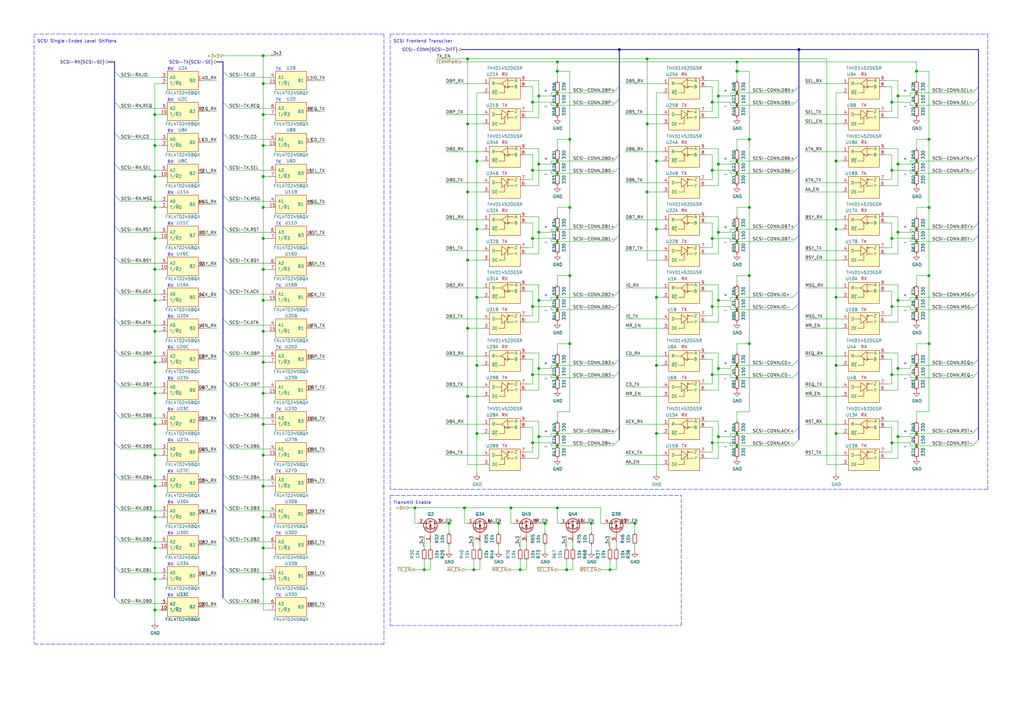
<source format=kicad_sch>
(kicad_sch (version 20211123) (generator eeschema)
  (paper "A3")
  (title_block (date "2021-05-31") (rev "1") (company "Aki"))
  (junction (at 107.95 34.29) (diameter 1.016))
  (junction (at 220.98 95.25) (diameter 1.016))
  (junction (at 63.5 199.39) (diameter 1.016))
  (junction (at 292.1 97.79) (diameter 1.016))
  (junction (at 220.98 179.07) (diameter 1.016))
  (junction (at 228.6 154.94))
  (junction (at 294.64 67.31) (diameter 1.016))
  (junction (at 269.24 121.92) (diameter 1.016))
  (junction (at 107.95 46.99) (diameter 1.016))
  (junction (at 107.95 22.86) (diameter 1.016))
  (junction (at 307.34 85.09) (diameter 1.016))
  (junction (at 375.92 99.06))
  (junction (at 381 113.03) (diameter 1.016))
  (junction (at 218.44 41.91) (diameter 1.016))
  (junction (at 294.64 39.37) (diameter 1.016))
  (junction (at 302.26 177.8))
  (junction (at 302.26 121.92))
  (junction (at 302.26 99.06))
  (junction (at 63.5 237.49) (diameter 1.016))
  (junction (at 63.5 212.09) (diameter 1.016))
  (junction (at 375.92 127))
  (junction (at 375.92 177.8))
  (junction (at 368.3 39.37) (diameter 1.016))
  (junction (at 342.9 93.98) (diameter 1.016))
  (junction (at 220.98 39.37) (diameter 1.016))
  (junction (at 228.6 43.18))
  (junction (at 269.24 177.8) (diameter 1.016))
  (junction (at 191.77 78.74) (diameter 1.016))
  (junction (at 302.26 71.12))
  (junction (at 220.98 67.31) (diameter 1.016))
  (junction (at 242.57 214.63) (diameter 1.016))
  (junction (at 107.95 161.29) (diameter 1.016))
  (junction (at 307.34 57.15) (diameter 1.016))
  (junction (at 228.6 121.92))
  (junction (at 302.26 149.86))
  (junction (at 342.9 121.92) (diameter 1.016))
  (junction (at 194.31 233.68) (diameter 1.016))
  (junction (at 191.77 24.13) (diameter 1.016))
  (junction (at 107.95 237.49) (diameter 1.016))
  (junction (at 191.77 50.8) (diameter 1.016))
  (junction (at 218.44 181.61) (diameter 1.016))
  (junction (at 292.1 41.91) (diameter 1.016))
  (junction (at 107.95 173.99) (diameter 1.016))
  (junction (at 254 20.32) (diameter 1.016))
  (junction (at 368.3 95.25) (diameter 1.016))
  (junction (at 228.6 93.98))
  (junction (at 302.26 93.98))
  (junction (at 269.24 66.04) (diameter 1.016))
  (junction (at 228.6 66.04))
  (junction (at 228.6 177.8))
  (junction (at 292.1 69.85) (diameter 1.016))
  (junction (at 233.68 57.15) (diameter 1.016))
  (junction (at 302.26 154.94))
  (junction (at 63.5 135.89) (diameter 1.016))
  (junction (at 63.5 148.59) (diameter 1.016))
  (junction (at 228.6 71.12))
  (junction (at 365.76 153.67) (diameter 1.016))
  (junction (at 327.66 20.32) (diameter 1.016))
  (junction (at 307.34 140.97) (diameter 1.016))
  (junction (at 375.92 43.18))
  (junction (at 63.5 72.39) (diameter 1.016))
  (junction (at 375.92 149.86))
  (junction (at 107.95 72.39) (diameter 1.016))
  (junction (at 107.95 212.09) (diameter 1.016))
  (junction (at 302.26 29.21) (diameter 1.016))
  (junction (at 368.3 179.07) (diameter 1.016))
  (junction (at 233.68 140.97) (diameter 1.016))
  (junction (at 218.44 153.67) (diameter 1.016))
  (junction (at 368.3 67.31) (diameter 1.016))
  (junction (at 63.5 46.99) (diameter 1.016))
  (junction (at 220.98 123.19) (diameter 1.016))
  (junction (at 107.95 186.69) (diameter 1.016))
  (junction (at 63.5 85.09) (diameter 1.016))
  (junction (at 228.6 99.06))
  (junction (at 365.76 69.85) (diameter 1.016))
  (junction (at 228.6 127))
  (junction (at 195.58 121.92) (diameter 1.016))
  (junction (at 195.58 177.8) (diameter 1.016))
  (junction (at 213.36 233.68) (diameter 1.016))
  (junction (at 342.9 149.86) (diameter 1.016))
  (junction (at 107.95 224.79) (diameter 1.016))
  (junction (at 294.64 123.19) (diameter 1.016))
  (junction (at 375.92 71.12))
  (junction (at 107.95 85.09) (diameter 1.016))
  (junction (at 302.26 66.04))
  (junction (at 63.5 224.79) (diameter 1.016))
  (junction (at 375.92 66.04))
  (junction (at 375.92 154.94))
  (junction (at 265.43 24.13) (diameter 1.016))
  (junction (at 381 85.09) (diameter 1.016))
  (junction (at 63.5 59.69) (diameter 1.016))
  (junction (at 191.77 106.68) (diameter 1.016))
  (junction (at 375.92 29.21) (diameter 1.016))
  (junction (at 302.26 43.18))
  (junction (at 294.64 95.25) (diameter 1.016))
  (junction (at 223.52 214.63) (diameter 1.016))
  (junction (at 107.95 59.69) (diameter 1.016))
  (junction (at 269.24 149.86) (diameter 1.016))
  (junction (at 368.3 123.19) (diameter 1.016))
  (junction (at 375.92 93.98))
  (junction (at 375.92 182.88))
  (junction (at 381 57.15) (diameter 1.016))
  (junction (at 191.77 162.56) (diameter 1.016))
  (junction (at 107.95 123.19) (diameter 1.016))
  (junction (at 250.19 233.68) (diameter 1.016))
  (junction (at 375.92 121.92))
  (junction (at 63.5 250.19) (diameter 1.016))
  (junction (at 294.64 151.13) (diameter 1.016))
  (junction (at 107.95 199.39) (diameter 1.016))
  (junction (at 173.99 233.68) (diameter 1.016))
  (junction (at 195.58 93.98) (diameter 1.016))
  (junction (at 209.55 208.28) (diameter 1.016))
  (junction (at 170.18 208.28) (diameter 1.016))
  (junction (at 63.5 173.99) (diameter 1.016))
  (junction (at 292.1 153.67) (diameter 1.016))
  (junction (at 195.58 66.04) (diameter 1.016))
  (junction (at 63.5 186.69) (diameter 1.016))
  (junction (at 191.77 134.62) (diameter 1.016))
  (junction (at 307.34 113.03) (diameter 1.016))
  (junction (at 107.95 97.79) (diameter 1.016))
  (junction (at 218.44 97.79) (diameter 1.016))
  (junction (at 269.24 93.98) (diameter 1.016))
  (junction (at 233.68 113.03) (diameter 1.016))
  (junction (at 233.68 85.09) (diameter 1.016))
  (junction (at 381 140.97) (diameter 1.016))
  (junction (at 294.64 179.07) (diameter 1.016))
  (junction (at 365.76 97.79) (diameter 1.016))
  (junction (at 63.5 123.19) (diameter 1.016))
  (junction (at 375.92 38.1))
  (junction (at 365.76 125.73) (diameter 1.016))
  (junction (at 292.1 181.61) (diameter 1.016))
  (junction (at 342.9 177.8) (diameter 1.016))
  (junction (at 232.41 233.68) (diameter 1.016))
  (junction (at 265.43 78.74) (diameter 1.016))
  (junction (at 365.76 41.91) (diameter 1.016))
  (junction (at 302.26 25.4) (diameter 1.016))
  (junction (at 228.6 38.1))
  (junction (at 107.95 110.49) (diameter 1.016))
  (junction (at 228.6 208.28) (diameter 1.016))
  (junction (at 218.44 69.85) (diameter 1.016))
  (junction (at 218.44 125.73) (diameter 1.016))
  (junction (at 63.5 110.49) (diameter 1.016))
  (junction (at 228.6 149.86))
  (junction (at 260.35 214.63) (diameter 1.016))
  (junction (at 63.5 97.79) (diameter 1.016))
  (junction (at 302.26 38.1))
  (junction (at 184.15 214.63) (diameter 1.016))
  (junction (at 107.95 135.89) (diameter 1.016))
  (junction (at 302.26 182.88))
  (junction (at 228.6 29.21) (diameter 1.016))
  (junction (at 228.6 182.88))
  (junction (at 204.47 214.63) (diameter 1.016))
  (junction (at 190.5 208.28) (diameter 1.016))
  (junction (at 265.43 50.8) (diameter 1.016))
  (junction (at 228.6 25.4) (diameter 1.016))
  (junction (at 368.3 151.13) (diameter 1.016))
  (junction (at 195.58 149.86) (diameter 1.016))
  (junction (at 342.9 66.04) (diameter 1.016))
  (junction (at 107.95 148.59) (diameter 1.016))
  (junction (at 365.76 181.61) (diameter 1.016))
  (junction (at 292.1 125.73) (diameter 1.016))
  (junction (at 63.5 161.29) (diameter 1.016))
  (junction (at 302.26 127))
  (junction (at 220.98 151.13) (diameter 1.016))
  (bus_entry (at 91.44 156.21) (size 2.54 2.54) (stroke (width 0.1524)))
  (bus_entry (at 46.99 194.31) (size 2.54 2.54) (stroke (width 0.1524)))
  (bus_entry (at 401.32 152.4) (size -2.54 2.54) (stroke (width 0.1524)))
  (bus_entry (at 91.44 130.81) (size 2.54 2.54) (stroke (width 0.1524)))
  (bus_entry (at 46.99 130.81) (size 2.54 2.54) (stroke (width 0.1524)))
  (bus_entry (at 46.99 245.11) (size 2.54 2.54) (stroke (width 0.1524)))
  (bus_entry (at 91.44 54.61) (size 2.54 2.54) (stroke (width 0.1524)))
  (bus_entry (at 91.44 67.31) (size 2.54 2.54) (stroke (width 0.1524)))
  (bus_entry (at 401.32 40.64) (size -2.54 2.54) (stroke (width 0.1524)))
  (bus_entry (at 327.66 124.46) (size -2.54 2.54) (stroke (width 0.1524)))
  (bus_entry (at 91.44 105.41) (size 2.54 2.54) (stroke (width 0.1524)))
  (bus_entry (at 91.44 118.11) (size 2.54 2.54) (stroke (width 0.1524)))
  (bus_entry (at 401.32 63.5) (size -2.54 2.54) (stroke (width 0.1524)))
  (bus_entry (at 254 147.32) (size -2.54 2.54) (stroke (width 0.1524)))
  (bus_entry (at 327.66 68.58) (size -2.54 2.54) (stroke (width 0.1524)))
  (bus_entry (at 46.99 156.21) (size 2.54 2.54) (stroke (width 0.1524)))
  (bus_entry (at 327.66 35.56) (size -2.54 2.54) (stroke (width 0.1524)))
  (bus_entry (at 327.66 91.44) (size -2.54 2.54) (stroke (width 0.1524)))
  (bus_entry (at 327.66 40.64) (size -2.54 2.54) (stroke (width 0.1524)))
  (bus_entry (at 327.66 119.38) (size -2.54 2.54) (stroke (width 0.1524)))
  (bus_entry (at 327.66 96.52) (size -2.54 2.54) (stroke (width 0.1524)))
  (bus_entry (at 401.32 35.56) (size -2.54 2.54) (stroke (width 0.1524)))
  (bus_entry (at 254 35.56) (size -2.54 2.54) (stroke (width 0.1524)))
  (bus_entry (at 91.44 232.41) (size 2.54 2.54) (stroke (width 0.1524)))
  (bus_entry (at 91.44 181.61) (size 2.54 2.54) (stroke (width 0.1524)))
  (bus_entry (at 327.66 180.34) (size -2.54 2.54) (stroke (width 0.1524)))
  (bus_entry (at 91.44 80.01) (size 2.54 2.54) (stroke (width 0.1524)))
  (bus_entry (at 254 124.46) (size -2.54 2.54) (stroke (width 0.1524)))
  (bus_entry (at 327.66 152.4) (size -2.54 2.54) (stroke (width 0.1524)))
  (bus_entry (at 327.66 175.26) (size -2.54 2.54) (stroke (width 0.1524)))
  (bus_entry (at 401.32 119.38) (size -2.54 2.54) (stroke (width 0.1524)))
  (bus_entry (at 401.32 180.34) (size -2.54 2.54) (stroke (width 0.1524)))
  (bus_entry (at 46.99 219.71) (size 2.54 2.54) (stroke (width 0.1524)))
  (bus_entry (at 46.99 54.61) (size 2.54 2.54) (stroke (width 0.1524)))
  (bus_entry (at 91.44 92.71) (size 2.54 2.54) (stroke (width 0.1524)))
  (bus_entry (at 401.32 91.44) (size -2.54 2.54) (stroke (width 0.1524)))
  (bus_entry (at 91.44 207.01) (size 2.54 2.54) (stroke (width 0.1524)))
  (bus_entry (at 46.99 143.51) (size 2.54 2.54) (stroke (width 0.1524)))
  (bus_entry (at 254 68.58) (size -2.54 2.54) (stroke (width 0.1524)))
  (bus_entry (at 327.66 63.5) (size -2.54 2.54) (stroke (width 0.1524)))
  (bus_entry (at 401.32 175.26) (size -2.54 2.54) (stroke (width 0.1524)))
  (bus_entry (at 91.44 143.51) (size 2.54 2.54) (stroke (width 0.1524)))
  (bus_entry (at 254 152.4) (size -2.54 2.54) (stroke (width 0.1524)))
  (bus_entry (at 46.99 92.71) (size 2.54 2.54) (stroke (width 0.1524)))
  (bus_entry (at 91.44 168.91) (size 2.54 2.54) (stroke (width 0.1524)))
  (bus_entry (at 91.44 219.71) (size 2.54 2.54) (stroke (width 0.1524)))
  (bus_entry (at 46.99 181.61) (size 2.54 2.54) (stroke (width 0.1524)))
  (bus_entry (at 254 40.64) (size -2.54 2.54) (stroke (width 0.1524)))
  (bus_entry (at 46.99 67.31) (size 2.54 2.54) (stroke (width 0.1524)))
  (bus_entry (at 327.66 147.32) (size -2.54 2.54) (stroke (width 0.1524)))
  (bus_entry (at 401.32 96.52) (size -2.54 2.54) (stroke (width 0.1524)))
  (bus_entry (at 46.99 118.11) (size 2.54 2.54) (stroke (width 0.1524)))
  (bus_entry (at 254 63.5) (size -2.54 2.54) (stroke (width 0.1524)))
  (bus_entry (at 46.99 207.01) (size 2.54 2.54) (stroke (width 0.1524)))
  (bus_entry (at 46.99 29.21) (size 2.54 2.54) (stroke (width 0.1524)))
  (bus_entry (at 91.44 41.91) (size 2.54 2.54) (stroke (width 0.1524)))
  (bus_entry (at 91.44 245.11) (size 2.54 2.54) (stroke (width 0.1524)))
  (bus_entry (at 254 175.26) (size -2.54 2.54) (stroke (width 0.1524)))
  (bus_entry (at 46.99 232.41) (size 2.54 2.54) (stroke (width 0.1524)))
  (bus_entry (at 46.99 168.91) (size 2.54 2.54) (stroke (width 0.1524)))
  (bus_entry (at 254 96.52) (size -2.54 2.54) (stroke (width 0.1524)))
  (bus_entry (at 46.99 80.01) (size 2.54 2.54) (stroke (width 0.1524)))
  (bus_entry (at 254 180.34) (size -2.54 2.54) (stroke (width 0.1524)))
  (bus_entry (at 46.99 105.41) (size 2.54 2.54) (stroke (width 0.1524)))
  (bus_entry (at 91.44 194.31) (size 2.54 2.54) (stroke (width 0.1524)))
  (bus_entry (at 46.99 41.91) (size 2.54 2.54) (stroke (width 0.1524)))
  (bus_entry (at 254 119.38) (size -2.54 2.54) (stroke (width 0.1524)))
  (bus_entry (at 254 91.44) (size -2.54 2.54) (stroke (width 0.1524)))
  (bus_entry (at 401.32 68.58) (size -2.54 2.54) (stroke (width 0.1524)))
  (bus_entry (at 401.32 124.46) (size -2.54 2.54) (stroke (width 0.1524)))
  (bus_entry (at 91.44 29.21) (size 2.54 2.54) (stroke (width 0.1524)))
  (bus_entry (at 401.32 147.32) (size -2.54 2.54) (stroke (width 0.1524)))
  (wire (pts (xy 302.26 88.9) (xy 302.26 85.09)))
  (wire (pts (xy 107.95 22.86) (xy 91.44 22.86)))
  (wire (pts (xy 107.95 34.29) (xy 107.95 22.86)))
  (wire (pts (xy 110.49 34.29) (xy 107.95 34.29)))
  (wire (pts (xy 250.19 224.79) (xy 250.19 219.71)))
  (wire (pts (xy 107.95 72.39) (xy 107.95 85.09)))
  (wire (pts (xy 373.38 182.88) (xy 375.92 182.88)))
  (wire (pts (xy 375.92 182.88) (xy 398.78 182.88)))
  (wire (pts (xy 373.38 123.19) (xy 373.38 121.92)))
  (bus (pts (xy 254 152.4) (xy 254 175.26)))
  (wire (pts (xy 215.9 91.44) (xy 218.44 91.44)))
  (wire (pts (xy 299.72 67.31) (xy 299.72 66.04)))
  (bus (pts (xy 88.9 25.4) (xy 91.44 25.4)))
  (wire (pts (xy 292.1 63.5) (xy 292.1 69.85)))
  (wire (pts (xy 213.36 229.87) (xy 213.36 233.68)))
  (wire (pts (xy 363.22 76.2) (xy 368.3 76.2)))
  (wire (pts (xy 226.06 99.06) (xy 228.6 99.06)))
  (wire (pts (xy 228.6 99.06) (xy 251.46 99.06)))
  (wire (pts (xy 294.64 144.78) (xy 294.64 151.13)))
  (wire (pts (xy 182.88 118.11) (xy 198.12 118.11)))
  (wire (pts (xy 49.53 44.45) (xy 66.04 44.45)))
  (wire (pts (xy 170.18 208.28) (xy 190.5 208.28)))
  (wire (pts (xy 190.5 208.28) (xy 190.5 214.63)))
  (wire (pts (xy 190.5 214.63) (xy 191.77 214.63)))
  (wire (pts (xy 63.5 110.49) (xy 63.5 123.19)))
  (wire (pts (xy 365.76 63.5) (xy 365.76 69.85)))
  (wire (pts (xy 49.53 158.75) (xy 66.04 158.75)))
  (wire (pts (xy 88.9 185.42) (xy 83.82 185.42)))
  (wire (pts (xy 365.76 97.79) (xy 373.38 97.79)))
  (bus (pts (xy 254 68.58) (xy 254 91.44)))
  (wire (pts (xy 363.22 187.96) (xy 368.3 187.96)))
  (wire (pts (xy 271.78 93.98) (xy 269.24 93.98)))
  (wire (pts (xy 368.3 172.72) (xy 368.3 179.07)))
  (bus (pts (xy 46.99 219.71) (xy 46.99 232.41)))
  (wire (pts (xy 93.98 31.75) (xy 110.49 31.75)))
  (wire (pts (xy 63.5 250.19) (xy 63.5 255.27)))
  (wire (pts (xy 107.95 85.09) (xy 107.95 97.79)))
  (wire (pts (xy 292.1 125.73) (xy 299.72 125.73)))
  (wire (pts (xy 191.77 162.56) (xy 198.12 162.56)))
  (bus (pts (xy 254 35.56) (xy 254 40.64)))
  (wire (pts (xy 63.5 237.49) (xy 63.5 250.19)))
  (wire (pts (xy 107.95 22.86) (xy 115.57 22.86)))
  (wire (pts (xy 218.44 181.61) (xy 218.44 185.42)))
  (bus (pts (xy 327.66 35.56) (xy 327.66 40.64)))
  (wire (pts (xy 170.18 208.28) (xy 170.18 214.63)))
  (wire (pts (xy 170.18 214.63) (xy 171.45 214.63)))
  (wire (pts (xy 107.95 97.79) (xy 107.95 110.49)))
  (wire (pts (xy 191.77 50.8) (xy 198.12 50.8)))
  (wire (pts (xy 339.09 24.13) (xy 339.09 190.5)))
  (wire (pts (xy 49.53 222.25) (xy 66.04 222.25)))
  (wire (pts (xy 220.98 67.31) (xy 226.06 67.31)))
  (bus (pts (xy 91.44 194.31) (xy 91.44 207.01)))
  (wire (pts (xy 226.06 95.25) (xy 226.06 93.98)))
  (wire (pts (xy 373.38 66.04) (xy 375.92 66.04)))
  (wire (pts (xy 375.92 66.04) (xy 398.78 66.04)))
  (bus (pts (xy 327.66 20.32) (xy 327.66 35.56)))
  (wire (pts (xy 256.54 74.93) (xy 271.78 74.93)))
  (wire (pts (xy 228.6 29.21) (xy 233.68 29.21)))
  (wire (pts (xy 220.98 60.96) (xy 220.98 67.31)))
  (wire (pts (xy 93.98 158.75) (xy 110.49 158.75)))
  (wire (pts (xy 215.9 147.32) (xy 218.44 147.32)))
  (wire (pts (xy 365.76 147.32) (xy 365.76 153.67)))
  (wire (pts (xy 365.76 125.73) (xy 365.76 129.54)))
  (wire (pts (xy 220.98 123.19) (xy 226.06 123.19)))
  (wire (pts (xy 363.22 119.38) (xy 365.76 119.38)))
  (wire (pts (xy 218.44 147.32) (xy 218.44 153.67)))
  (wire (pts (xy 215.9 172.72) (xy 220.98 172.72)))
  (wire (pts (xy 292.1 147.32) (xy 292.1 153.67)))
  (wire (pts (xy 133.35 172.72) (xy 128.27 172.72)))
  (wire (pts (xy 226.06 97.79) (xy 226.06 99.06)))
  (wire (pts (xy 302.26 168.91) (xy 307.34 168.91)))
  (wire (pts (xy 226.06 71.12) (xy 228.6 71.12)))
  (wire (pts (xy 228.6 71.12) (xy 251.46 71.12)))
  (wire (pts (xy 299.72 38.1) (xy 302.26 38.1)))
  (wire (pts (xy 302.26 38.1) (xy 325.12 38.1)))
  (wire (pts (xy 250.19 229.87) (xy 250.19 233.68)))
  (wire (pts (xy 198.12 177.8) (xy 195.58 177.8)))
  (wire (pts (xy 49.53 247.65) (xy 66.04 247.65)))
  (wire (pts (xy 373.38 151.13) (xy 373.38 149.86)))
  (wire (pts (xy 289.56 35.56) (xy 292.1 35.56)))
  (wire (pts (xy 133.35 248.92) (xy 128.27 248.92)))
  (wire (pts (xy 66.04 97.79) (xy 63.5 97.79)))
  (wire (pts (xy 93.98 234.95) (xy 110.49 234.95)))
  (bus (pts (xy 401.32 63.5) (xy 401.32 68.58)))
  (wire (pts (xy 289.56 185.42) (xy 292.1 185.42)))
  (wire (pts (xy 373.38 95.25) (xy 373.38 93.98)))
  (wire (pts (xy 83.82 172.72) (xy 88.9 172.72)))
  (wire (pts (xy 63.5 59.69) (xy 63.5 72.39)))
  (wire (pts (xy 256.54 186.69) (xy 271.78 186.69)))
  (wire (pts (xy 256.54 146.05) (xy 271.78 146.05)))
  (wire (pts (xy 218.44 119.38) (xy 218.44 125.73)))
  (bus (pts (xy 46.99 143.51) (xy 46.99 156.21)))
  (bus (pts (xy 46.99 130.81) (xy 46.99 143.51)))
  (wire (pts (xy 381 85.09) (xy 381 113.03)))
  (wire (pts (xy 93.98 82.55) (xy 110.49 82.55)))
  (wire (pts (xy 265.43 50.8) (xy 271.78 50.8)))
  (wire (pts (xy 181.61 214.63) (xy 184.15 214.63)))
  (wire (pts (xy 184.15 214.63) (xy 185.42 214.63)))
  (wire (pts (xy 228.6 60.96) (xy 228.6 57.15)))
  (wire (pts (xy 265.43 78.74) (xy 271.78 78.74)))
  (wire (pts (xy 345.44 162.56) (xy 330.2 162.56)))
  (wire (pts (xy 110.49 161.29) (xy 107.95 161.29)))
  (bus (pts (xy 91.44 130.81) (xy 91.44 143.51)))
  (wire (pts (xy 198.12 149.86) (xy 195.58 149.86)))
  (bus (pts (xy 327.66 147.32) (xy 327.66 152.4)))
  (wire (pts (xy 330.2 130.81) (xy 345.44 130.81)))
  (wire (pts (xy 375.92 29.21) (xy 375.92 25.4)))
  (wire (pts (xy 215.9 119.38) (xy 218.44 119.38)))
  (wire (pts (xy 368.3 39.37) (xy 368.3 48.26)))
  (bus (pts (xy 254 147.32) (xy 254 152.4)))
  (wire (pts (xy 289.56 160.02) (xy 294.64 160.02)))
  (wire (pts (xy 363.22 172.72) (xy 368.3 172.72)))
  (wire (pts (xy 204.47 223.52) (xy 204.47 226.06)))
  (wire (pts (xy 233.68 85.09) (xy 233.68 113.03)))
  (wire (pts (xy 330.2 146.05) (xy 345.44 146.05)))
  (bus (pts (xy 46.99 67.31) (xy 46.99 80.01)))
  (wire (pts (xy 88.9 45.72) (xy 83.82 45.72)))
  (wire (pts (xy 232.41 224.79) (xy 232.41 219.71)))
  (wire (pts (xy 228.6 85.09) (xy 233.68 85.09)))
  (wire (pts (xy 260.35 223.52) (xy 260.35 226.06)))
  (wire (pts (xy 215.9 185.42) (xy 218.44 185.42)))
  (wire (pts (xy 233.68 57.15) (xy 233.68 85.09)))
  (wire (pts (xy 289.56 119.38) (xy 292.1 119.38)))
  (wire (pts (xy 269.24 38.1) (xy 269.24 66.04)))
  (wire (pts (xy 269.24 66.04) (xy 269.24 93.98)))
  (wire (pts (xy 269.24 93.98) (xy 269.24 121.92)))
  (wire (pts (xy 269.24 121.92) (xy 269.24 149.86)))
  (wire (pts (xy 269.24 149.86) (xy 269.24 177.8)))
  (wire (pts (xy 302.26 29.21) (xy 307.34 29.21)))
  (wire (pts (xy 133.35 160.02) (xy 128.27 160.02)))
  (wire (pts (xy 363.22 35.56) (xy 365.76 35.56)))
  (bus (pts (xy 46.99 54.61) (xy 46.99 67.31)))
  (wire (pts (xy 289.56 48.26) (xy 294.64 48.26)))
  (wire (pts (xy 66.04 250.19) (xy 63.5 250.19)))
  (wire (pts (xy 302.26 144.78) (xy 302.26 140.97)))
  (wire (pts (xy 368.3 144.78) (xy 368.3 151.13)))
  (wire (pts (xy 256.54 190.5) (xy 271.78 190.5)))
  (wire (pts (xy 294.64 151.13) (xy 299.72 151.13)))
  (wire (pts (xy 218.44 153.67) (xy 226.06 153.67)))
  (wire (pts (xy 191.77 134.62) (xy 198.12 134.62)))
  (wire (pts (xy 265.43 78.74) (xy 265.43 106.68)))
  (wire (pts (xy 330.2 78.74) (xy 345.44 78.74)))
  (wire (pts (xy 110.49 135.89) (xy 107.95 135.89)))
  (wire (pts (xy 292.1 181.61) (xy 299.72 181.61)))
  (wire (pts (xy 373.38 127) (xy 375.92 127)))
  (wire (pts (xy 375.92 127) (xy 398.78 127)))
  (bus (pts (xy 254 40.64) (xy 254 63.5)))
  (wire (pts (xy 292.1 35.56) (xy 292.1 41.91)))
  (bus (pts (xy 254 124.46) (xy 254 147.32)))
  (wire (pts (xy 107.95 237.49) (xy 107.95 250.19)))
  (wire (pts (xy 294.64 179.07) (xy 299.72 179.07)))
  (wire (pts (xy 110.49 173.99) (xy 107.95 173.99)))
  (wire (pts (xy 228.6 172.72) (xy 228.6 168.91)))
  (wire (pts (xy 218.44 175.26) (xy 218.44 181.61)))
  (wire (pts (xy 373.38 153.67) (xy 373.38 154.94)))
  (wire (pts (xy 215.9 76.2) (xy 220.98 76.2)))
  (bus (pts (xy 46.99 92.71) (xy 46.99 105.41)))
  (wire (pts (xy 218.44 41.91) (xy 218.44 45.72)))
  (wire (pts (xy 107.95 59.69) (xy 107.95 72.39)))
  (wire (pts (xy 133.35 185.42) (xy 128.27 185.42)))
  (wire (pts (xy 189.23 25.4) (xy 228.6 25.4)))
  (wire (pts (xy 228.6 25.4) (xy 302.26 25.4)))
  (wire (pts (xy 302.26 25.4) (xy 375.92 25.4)))
  (wire (pts (xy 265.43 50.8) (xy 265.43 24.13)))
  (wire (pts (xy 228.6 57.15) (xy 233.68 57.15)))
  (wire (pts (xy 93.98 69.85) (xy 110.49 69.85)))
  (wire (pts (xy 66.04 72.39) (xy 63.5 72.39)))
  (wire (pts (xy 218.44 97.79) (xy 218.44 101.6)))
  (wire (pts (xy 292.1 41.91) (xy 299.72 41.91)))
  (wire (pts (xy 381 113.03) (xy 381 140.97)))
  (wire (pts (xy 363.22 45.72) (xy 365.76 45.72)))
  (wire (pts (xy 292.1 97.79) (xy 299.72 97.79)))
  (wire (pts (xy 110.49 199.39) (xy 107.95 199.39)))
  (wire (pts (xy 234.95 229.87) (xy 234.95 233.68)))
  (wire (pts (xy 289.56 157.48) (xy 292.1 157.48)))
  (wire (pts (xy 302.26 113.03) (xy 307.34 113.03)))
  (wire (pts (xy 218.44 181.61) (xy 226.06 181.61)))
  (bus (pts (xy 91.44 219.71) (xy 91.44 232.41)))
  (wire (pts (xy 110.49 72.39) (xy 107.95 72.39)))
  (bus (pts (xy 91.44 156.21) (xy 91.44 168.91)))
  (wire (pts (xy 220.98 33.02) (xy 220.98 39.37)))
  (wire (pts (xy 373.38 99.06) (xy 375.92 99.06)))
  (wire (pts (xy 375.92 99.06) (xy 398.78 99.06)))
  (bus (pts (xy 46.99 194.31) (xy 46.99 207.01)))
  (wire (pts (xy 88.9 71.12) (xy 83.82 71.12)))
  (wire (pts (xy 107.95 173.99) (xy 107.95 186.69)))
  (wire (pts (xy 182.88 102.87) (xy 198.12 102.87)))
  (wire (pts (xy 234.95 224.79) (xy 234.95 222.25)))
  (wire (pts (xy 365.76 181.61) (xy 373.38 181.61)))
  (wire (pts (xy 110.49 110.49) (xy 107.95 110.49)))
  (wire (pts (xy 63.5 85.09) (xy 63.5 97.79)))
  (wire (pts (xy 294.64 33.02) (xy 294.64 39.37)))
  (wire (pts (xy 368.3 67.31) (xy 373.38 67.31)))
  (wire (pts (xy 330.2 34.29) (xy 345.44 34.29)))
  (wire (pts (xy 195.58 177.8) (xy 195.58 194.31)))
  (wire (pts (xy 49.53 107.95) (xy 66.04 107.95)))
  (wire (pts (xy 88.9 109.22) (xy 83.82 109.22)))
  (wire (pts (xy 242.57 223.52) (xy 242.57 226.06)))
  (wire (pts (xy 107.95 161.29) (xy 107.95 173.99)))
  (wire (pts (xy 294.64 151.13) (xy 294.64 160.02)))
  (wire (pts (xy 256.54 46.99) (xy 271.78 46.99)))
  (wire (pts (xy 223.52 223.52) (xy 223.52 226.06)))
  (wire (pts (xy 63.5 135.89) (xy 63.5 148.59)))
  (wire (pts (xy 220.98 179.07) (xy 226.06 179.07)))
  (wire (pts (xy 345.44 121.92) (xy 342.9 121.92)))
  (wire (pts (xy 215.9 116.84) (xy 220.98 116.84)))
  (wire (pts (xy 228.6 208.28) (xy 246.38 208.28)))
  (wire (pts (xy 246.38 208.28) (xy 246.38 214.63)))
  (wire (pts (xy 246.38 214.63) (xy 247.65 214.63)))
  (bus (pts (xy 91.44 54.61) (xy 91.44 67.31)))
  (wire (pts (xy 256.54 90.17) (xy 271.78 90.17)))
  (wire (pts (xy 133.35 33.02) (xy 128.27 33.02)))
  (wire (pts (xy 220.98 172.72) (xy 220.98 179.07)))
  (wire (pts (xy 226.06 39.37) (xy 226.06 38.1)))
  (wire (pts (xy 93.98 209.55) (xy 110.49 209.55)))
  (wire (pts (xy 363.22 129.54) (xy 365.76 129.54)))
  (wire (pts (xy 63.5 72.39) (xy 63.5 85.09)))
  (wire (pts (xy 269.24 177.8) (xy 269.24 194.31)))
  (wire (pts (xy 182.88 46.99) (xy 198.12 46.99)))
  (wire (pts (xy 88.9 96.52) (xy 83.82 96.52)))
  (wire (pts (xy 246.38 233.68) (xy 250.19 233.68)))
  (wire (pts (xy 250.19 233.68) (xy 252.73 233.68)))
  (bus (pts (xy 401.32 91.44) (xy 401.32 96.52)))
  (wire (pts (xy 375.92 172.72) (xy 375.92 168.91)))
  (wire (pts (xy 93.98 184.15) (xy 110.49 184.15)))
  (wire (pts (xy 220.98 39.37) (xy 220.98 48.26)))
  (wire (pts (xy 375.92 116.84) (xy 375.92 113.03)))
  (wire (pts (xy 365.76 153.67) (xy 365.76 157.48)))
  (wire (pts (xy 226.06 123.19) (xy 226.06 121.92)))
  (wire (pts (xy 299.72 99.06) (xy 302.26 99.06)))
  (wire (pts (xy 302.26 99.06) (xy 325.12 99.06)))
  (wire (pts (xy 49.53 171.45) (xy 66.04 171.45)))
  (wire (pts (xy 226.06 93.98) (xy 228.6 93.98)))
  (wire (pts (xy 228.6 93.98) (xy 251.46 93.98)))
  (wire (pts (xy 215.9 73.66) (xy 218.44 73.66)))
  (wire (pts (xy 223.52 214.63) (xy 223.52 218.44)))
  (wire (pts (xy 289.56 45.72) (xy 292.1 45.72)))
  (wire (pts (xy 133.35 121.92) (xy 128.27 121.92)))
  (wire (pts (xy 365.76 69.85) (xy 365.76 73.66)))
  (wire (pts (xy 204.47 214.63) (xy 204.47 218.44)))
  (wire (pts (xy 107.95 186.69) (xy 107.95 199.39)))
  (wire (pts (xy 365.76 97.79) (xy 365.76 101.6)))
  (wire (pts (xy 289.56 91.44) (xy 292.1 91.44)))
  (wire (pts (xy 299.72 177.8) (xy 302.26 177.8)))
  (wire (pts (xy 302.26 177.8) (xy 325.12 177.8)))
  (wire (pts (xy 215.9 175.26) (xy 218.44 175.26)))
  (bus (pts (xy 401.32 20.32) (xy 401.32 35.56)))
  (wire (pts (xy 299.72 95.25) (xy 299.72 93.98)))
  (wire (pts (xy 299.72 93.98) (xy 302.26 93.98)))
  (wire (pts (xy 302.26 93.98) (xy 325.12 93.98)))
  (wire (pts (xy 110.49 148.59) (xy 107.95 148.59)))
  (wire (pts (xy 88.9 33.02) (xy 83.82 33.02)))
  (wire (pts (xy 363.22 175.26) (xy 365.76 175.26)))
  (wire (pts (xy 292.1 97.79) (xy 292.1 101.6)))
  (bus (pts (xy 91.44 67.31) (xy 91.44 80.01)))
  (bus (pts (xy 44.45 25.4) (xy 46.99 25.4)))
  (wire (pts (xy 133.35 71.12) (xy 128.27 71.12)))
  (bus (pts (xy 327.66 40.64) (xy 327.66 63.5)))
  (wire (pts (xy 218.44 69.85) (xy 226.06 69.85)))
  (wire (pts (xy 63.5 161.29) (xy 63.5 173.99)))
  (wire (pts (xy 133.35 236.22) (xy 128.27 236.22)))
  (wire (pts (xy 345.44 106.68) (xy 330.2 106.68)))
  (bus (pts (xy 46.99 29.21) (xy 46.99 41.91)))
  (wire (pts (xy 218.44 125.73) (xy 218.44 129.54)))
  (wire (pts (xy 66.04 110.49) (xy 63.5 110.49)))
  (wire (pts (xy 107.95 123.19) (xy 107.95 135.89)))
  (wire (pts (xy 307.34 57.15) (xy 307.34 85.09)))
  (wire (pts (xy 363.22 160.02) (xy 368.3 160.02)))
  (wire (pts (xy 345.44 149.86) (xy 342.9 149.86)))
  (wire (pts (xy 49.53 133.35) (xy 66.04 133.35)))
  (wire (pts (xy 228.6 233.68) (xy 232.41 233.68)))
  (wire (pts (xy 232.41 233.68) (xy 234.95 233.68)))
  (wire (pts (xy 363.22 101.6) (xy 365.76 101.6)))
  (bus (pts (xy 401.32 68.58) (xy 401.32 91.44)))
  (bus (pts (xy 254 91.44) (xy 254 96.52)))
  (wire (pts (xy 215.9 144.78) (xy 220.98 144.78)))
  (wire (pts (xy 93.98 107.95) (xy 110.49 107.95)))
  (wire (pts (xy 226.06 127) (xy 228.6 127)))
  (wire (pts (xy 228.6 127) (xy 251.46 127)))
  (wire (pts (xy 88.9 198.12) (xy 83.82 198.12)))
  (wire (pts (xy 294.64 95.25) (xy 299.72 95.25)))
  (wire (pts (xy 302.26 33.02) (xy 302.26 29.21)))
  (wire (pts (xy 215.9 104.14) (xy 220.98 104.14)))
  (polyline (pts (xy 13.97 13.97) (xy 13.97 264.16)) (stroke (width 0) (type dash)))
  (polyline (pts (xy 13.97 13.97) (xy 157.48 13.97)) (stroke (width 0) (type dash)))
  (polyline (pts (xy 157.48 13.97) (xy 157.48 264.16)) (stroke (width 0) (type dash)))
  (polyline (pts (xy 157.48 264.16) (xy 13.97 264.16)) (stroke (width 0) (type dash)))
  (bus (pts (xy 401.32 96.52) (xy 401.32 119.38)))
  (wire (pts (xy 292.1 181.61) (xy 292.1 185.42)))
  (wire (pts (xy 93.98 247.65) (xy 110.49 247.65)))
  (wire (pts (xy 299.72 179.07) (xy 299.72 177.8)))
  (wire (pts (xy 260.35 214.63) (xy 260.35 218.44)))
  (bus (pts (xy 401.32 40.64) (xy 401.32 63.5)))
  (wire (pts (xy 215.9 48.26) (xy 220.98 48.26)))
  (wire (pts (xy 294.64 67.31) (xy 294.64 76.2)))
  (wire (pts (xy 271.78 162.56) (xy 256.54 162.56)))
  (bus (pts (xy 91.44 29.21) (xy 91.44 41.91)))
  (wire (pts (xy 88.9 147.32) (xy 83.82 147.32)))
  (wire (pts (xy 213.36 224.79) (xy 213.36 219.71)))
  (wire (pts (xy 228.6 140.97) (xy 233.68 140.97)))
  (wire (pts (xy 373.38 71.12) (xy 375.92 71.12)))
  (wire (pts (xy 375.92 71.12) (xy 398.78 71.12)))
  (wire (pts (xy 365.76 35.56) (xy 365.76 41.91)))
  (wire (pts (xy 63.5 224.79) (xy 63.5 237.49)))
  (wire (pts (xy 182.88 90.17) (xy 198.12 90.17)))
  (wire (pts (xy 218.44 91.44) (xy 218.44 97.79)))
  (bus (pts (xy 91.44 143.51) (xy 91.44 156.21)))
  (wire (pts (xy 302.26 140.97) (xy 307.34 140.97)))
  (wire (pts (xy 218.44 63.5) (xy 218.44 69.85)))
  (wire (pts (xy 215.9 88.9) (xy 220.98 88.9)))
  (wire (pts (xy 299.72 127) (xy 302.26 127)))
  (wire (pts (xy 302.26 127) (xy 325.12 127)))
  (polyline (pts (xy 160.02 13.97) (xy 160.02 200.66)) (stroke (width 0) (type dash)))
  (polyline (pts (xy 160.02 13.97) (xy 405.13 13.97)) (stroke (width 0) (type dash)))
  (polyline (pts (xy 405.13 13.97) (xy 405.13 200.66)) (stroke (width 0) (type dash)))
  (polyline (pts (xy 405.13 200.66) (xy 160.02 200.66)) (stroke (width 0) (type dash)))
  (wire (pts (xy 220.98 95.25) (xy 220.98 104.14)))
  (wire (pts (xy 66.04 161.29) (xy 63.5 161.29)))
  (wire (pts (xy 265.43 50.8) (xy 265.43 78.74)))
  (wire (pts (xy 49.53 82.55) (xy 66.04 82.55)))
  (wire (pts (xy 299.72 97.79) (xy 299.72 99.06)))
  (bus (pts (xy 46.99 207.01) (xy 46.99 219.71)))
  (wire (pts (xy 63.5 173.99) (xy 63.5 186.69)))
  (wire (pts (xy 88.9 236.22) (xy 83.82 236.22)))
  (wire (pts (xy 256.54 118.11) (xy 271.78 118.11)))
  (wire (pts (xy 368.3 67.31) (xy 368.3 76.2)))
  (bus (pts (xy 46.99 41.91) (xy 46.99 54.61)))
  (wire (pts (xy 133.35 134.62) (xy 128.27 134.62)))
  (wire (pts (xy 375.92 57.15) (xy 381 57.15)))
  (wire (pts (xy 233.68 113.03) (xy 233.68 140.97)))
  (wire (pts (xy 294.64 95.25) (xy 294.64 104.14)))
  (wire (pts (xy 215.9 129.54) (xy 218.44 129.54)))
  (wire (pts (xy 49.53 31.75) (xy 66.04 31.75)))
  (wire (pts (xy 363.22 185.42) (xy 365.76 185.42)))
  (wire (pts (xy 242.57 214.63) (xy 242.57 218.44)))
  (wire (pts (xy 93.98 133.35) (xy 110.49 133.35)))
  (wire (pts (xy 289.56 88.9) (xy 294.64 88.9)))
  (wire (pts (xy 330.2 173.99) (xy 345.44 173.99)))
  (wire (pts (xy 218.44 97.79) (xy 226.06 97.79)))
  (bus (pts (xy 91.44 25.4) (xy 91.44 29.21)))
  (wire (pts (xy 173.99 224.79) (xy 173.99 219.71)))
  (wire (pts (xy 289.56 147.32) (xy 292.1 147.32)))
  (bus (pts (xy 46.99 156.21) (xy 46.99 168.91)))
  (wire (pts (xy 307.34 29.21) (xy 307.34 57.15)))
  (wire (pts (xy 110.49 212.09) (xy 107.95 212.09)))
  (wire (pts (xy 93.98 146.05) (xy 110.49 146.05)))
  (bus (pts (xy 91.44 80.01) (xy 91.44 92.71)))
  (wire (pts (xy 215.9 229.87) (xy 215.9 233.68)))
  (wire (pts (xy 289.56 63.5) (xy 292.1 63.5)))
  (wire (pts (xy 302.26 60.96) (xy 302.26 57.15)))
  (wire (pts (xy 93.98 44.45) (xy 110.49 44.45)))
  (wire (pts (xy 218.44 35.56) (xy 218.44 41.91)))
  (wire (pts (xy 66.04 173.99) (xy 63.5 173.99)))
  (bus (pts (xy 327.66 124.46) (xy 327.66 147.32)))
  (wire (pts (xy 368.3 88.9) (xy 368.3 95.25)))
  (wire (pts (xy 184.15 223.52) (xy 184.15 226.06)))
  (wire (pts (xy 226.06 125.73) (xy 226.06 127)))
  (wire (pts (xy 218.44 153.67) (xy 218.44 157.48)))
  (wire (pts (xy 375.92 88.9) (xy 375.92 85.09)))
  (wire (pts (xy 110.49 85.09) (xy 107.95 85.09)))
  (wire (pts (xy 373.38 154.94) (xy 375.92 154.94)))
  (wire (pts (xy 375.92 154.94) (xy 398.78 154.94)))
  (wire (pts (xy 220.98 151.13) (xy 226.06 151.13)))
  (wire (pts (xy 93.98 120.65) (xy 110.49 120.65)))
  (wire (pts (xy 198.12 38.1) (xy 195.58 38.1)))
  (wire (pts (xy 226.06 154.94) (xy 228.6 154.94)))
  (wire (pts (xy 228.6 154.94) (xy 251.46 154.94)))
  (wire (pts (xy 194.31 229.87) (xy 194.31 233.68)))
  (wire (pts (xy 373.38 67.31) (xy 373.38 66.04)))
  (wire (pts (xy 330.2 90.17) (xy 345.44 90.17)))
  (wire (pts (xy 191.77 190.5) (xy 198.12 190.5)))
  (bus (pts (xy 91.44 92.71) (xy 91.44 105.41)))
  (wire (pts (xy 226.06 151.13) (xy 226.06 149.86)))
  (wire (pts (xy 345.44 38.1) (xy 342.9 38.1)))
  (wire (pts (xy 196.85 229.87) (xy 196.85 233.68)))
  (wire (pts (xy 299.72 181.61) (xy 299.72 182.88)))
  (bus (pts (xy 46.99 80.01) (xy 46.99 92.71)))
  (wire (pts (xy 257.81 214.63) (xy 260.35 214.63)))
  (wire (pts (xy 260.35 214.63) (xy 261.62 214.63)))
  (wire (pts (xy 190.5 233.68) (xy 194.31 233.68)))
  (wire (pts (xy 194.31 233.68) (xy 196.85 233.68)))
  (wire (pts (xy 233.68 140.97) (xy 233.68 168.91)))
  (wire (pts (xy 294.64 88.9) (xy 294.64 95.25)))
  (wire (pts (xy 365.76 119.38) (xy 365.76 125.73)))
  (wire (pts (xy 93.98 196.85) (xy 110.49 196.85)))
  (wire (pts (xy 299.72 123.19) (xy 299.72 121.92)))
  (bus (pts (xy 46.99 181.61) (xy 46.99 194.31)))
  (bus (pts (xy 254 119.38) (xy 254 124.46)))
  (wire (pts (xy 292.1 91.44) (xy 292.1 97.79)))
  (wire (pts (xy 375.92 140.97) (xy 381 140.97)))
  (wire (pts (xy 252.73 224.79) (xy 252.73 222.25)))
  (wire (pts (xy 271.78 134.62) (xy 256.54 134.62)))
  (wire (pts (xy 49.53 184.15) (xy 66.04 184.15)))
  (wire (pts (xy 133.35 96.52) (xy 128.27 96.52)))
  (wire (pts (xy 381 57.15) (xy 381 85.09)))
  (wire (pts (xy 176.53 229.87) (xy 176.53 233.68)))
  (wire (pts (xy 373.38 149.86) (xy 375.92 149.86)))
  (wire (pts (xy 375.92 149.86) (xy 398.78 149.86)))
  (bus (pts (xy 46.99 105.41) (xy 46.99 118.11)))
  (wire (pts (xy 330.2 62.23) (xy 345.44 62.23)))
  (wire (pts (xy 133.35 223.52) (xy 128.27 223.52)))
  (wire (pts (xy 110.49 237.49) (xy 107.95 237.49)))
  (wire (pts (xy 233.68 29.21) (xy 233.68 57.15)))
  (wire (pts (xy 209.55 208.28) (xy 228.6 208.28)))
  (wire (pts (xy 228.6 208.28) (xy 228.6 214.63)))
  (wire (pts (xy 228.6 214.63) (xy 229.87 214.63)))
  (wire (pts (xy 170.18 233.68) (xy 173.99 233.68)))
  (wire (pts (xy 173.99 233.68) (xy 176.53 233.68)))
  (wire (pts (xy 176.53 224.79) (xy 176.53 222.25)))
  (wire (pts (xy 342.9 177.8) (xy 342.9 194.31)))
  (wire (pts (xy 107.95 34.29) (xy 107.95 46.99)))
  (wire (pts (xy 110.49 186.69) (xy 107.95 186.69)))
  (wire (pts (xy 368.3 151.13) (xy 373.38 151.13)))
  (wire (pts (xy 63.5 97.79) (xy 63.5 110.49)))
  (wire (pts (xy 292.1 69.85) (xy 292.1 73.66)))
  (wire (pts (xy 375.92 60.96) (xy 375.92 57.15)))
  (bus (pts (xy 46.99 118.11) (xy 46.99 130.81)))
  (wire (pts (xy 107.95 224.79) (xy 107.95 237.49)))
  (bus (pts (xy 327.66 152.4) (xy 327.66 175.26)))
  (wire (pts (xy 184.15 214.63) (xy 184.15 218.44)))
  (wire (pts (xy 66.04 148.59) (xy 63.5 148.59)))
  (wire (pts (xy 307.34 140.97) (xy 307.34 168.91)))
  (wire (pts (xy 226.06 67.31) (xy 226.06 66.04)))
  (wire (pts (xy 339.09 190.5) (xy 345.44 190.5)))
  (wire (pts (xy 182.88 130.81) (xy 198.12 130.81)))
  (wire (pts (xy 182.88 173.99) (xy 198.12 173.99)))
  (wire (pts (xy 66.04 123.19) (xy 63.5 123.19)))
  (wire (pts (xy 292.1 69.85) (xy 299.72 69.85)))
  (wire (pts (xy 88.9 210.82) (xy 83.82 210.82)))
  (wire (pts (xy 373.38 181.61) (xy 373.38 182.88)))
  (bus (pts (xy 327.66 175.26) (xy 327.66 180.34)))
  (bus (pts (xy 401.32 35.56) (xy 401.32 40.64)))
  (bus (pts (xy 46.99 25.4) (xy 46.99 29.21)))
  (bus (pts (xy 327.66 96.52) (xy 327.66 119.38)))
  (wire (pts (xy 368.3 33.02) (xy 368.3 39.37)))
  (wire (pts (xy 232.41 229.87) (xy 232.41 233.68)))
  (bus (pts (xy 254 96.52) (xy 254 119.38)))
  (wire (pts (xy 292.1 153.67) (xy 299.72 153.67)))
  (wire (pts (xy 49.53 234.95) (xy 66.04 234.95)))
  (wire (pts (xy 381 29.21) (xy 381 57.15)))
  (bus (pts (xy 91.44 118.11) (xy 91.44 130.81)))
  (wire (pts (xy 220.98 151.13) (xy 220.98 160.02)))
  (bus (pts (xy 91.44 168.91) (xy 91.44 181.61)))
  (wire (pts (xy 375.92 85.09) (xy 381 85.09)))
  (wire (pts (xy 299.72 149.86) (xy 302.26 149.86)))
  (wire (pts (xy 302.26 149.86) (xy 325.12 149.86)))
  (wire (pts (xy 66.04 237.49) (xy 63.5 237.49)))
  (wire (pts (xy 294.64 123.19) (xy 299.72 123.19)))
  (wire (pts (xy 365.76 91.44) (xy 365.76 97.79)))
  (wire (pts (xy 302.26 29.21) (xy 302.26 25.4)))
  (wire (pts (xy 256.54 62.23) (xy 271.78 62.23)))
  (wire (pts (xy 218.44 69.85) (xy 218.44 73.66)))
  (wire (pts (xy 368.3 95.25) (xy 373.38 95.25)))
  (bus (pts (xy 401.32 119.38) (xy 401.32 124.46)))
  (wire (pts (xy 302.26 85.09) (xy 307.34 85.09)))
  (polyline (pts (xy 160.02 203.2) (xy 160.02 256.54)) (stroke (width 0) (type dash)))
  (polyline (pts (xy 160.02 203.2) (xy 279.4 203.2)) (stroke (width 0) (type dash)))
  (polyline (pts (xy 160.02 256.54) (xy 279.4 256.54)) (stroke (width 0) (type dash)))
  (polyline (pts (xy 279.4 256.54) (xy 279.4 203.2)) (stroke (width 0) (type dash)))
  (wire (pts (xy 299.72 41.91) (xy 299.72 43.18)))
  (wire (pts (xy 66.04 59.69) (xy 63.5 59.69)))
  (wire (pts (xy 292.1 175.26) (xy 292.1 181.61)))
  (wire (pts (xy 110.49 46.99) (xy 107.95 46.99)))
  (wire (pts (xy 93.98 222.25) (xy 110.49 222.25)))
  (wire (pts (xy 373.38 69.85) (xy 373.38 71.12)))
  (wire (pts (xy 226.06 69.85) (xy 226.06 71.12)))
  (wire (pts (xy 289.56 101.6) (xy 292.1 101.6)))
  (wire (pts (xy 63.5 186.69) (xy 63.5 199.39)))
  (wire (pts (xy 368.3 179.07) (xy 368.3 187.96)))
  (wire (pts (xy 63.5 148.59) (xy 63.5 161.29)))
  (wire (pts (xy 342.9 38.1) (xy 342.9 66.04)))
  (wire (pts (xy 342.9 66.04) (xy 342.9 93.98)))
  (wire (pts (xy 342.9 93.98) (xy 342.9 121.92)))
  (wire (pts (xy 342.9 121.92) (xy 342.9 149.86)))
  (wire (pts (xy 342.9 149.86) (xy 342.9 177.8)))
  (wire (pts (xy 363.22 60.96) (xy 368.3 60.96)))
  (wire (pts (xy 49.53 120.65) (xy 66.04 120.65)))
  (wire (pts (xy 173.99 229.87) (xy 173.99 233.68)))
  (wire (pts (xy 226.06 149.86) (xy 228.6 149.86)))
  (wire (pts (xy 228.6 149.86) (xy 251.46 149.86)))
  (wire (pts (xy 289.56 60.96) (xy 294.64 60.96)))
  (wire (pts (xy 363.22 88.9) (xy 368.3 88.9)))
  (wire (pts (xy 271.78 66.04) (xy 269.24 66.04)))
  (wire (pts (xy 368.3 123.19) (xy 368.3 132.08)))
  (wire (pts (xy 226.06 179.07) (xy 226.06 177.8)))
  (bus (pts (xy 401.32 175.26) (xy 401.32 180.34)))
  (wire (pts (xy 220.98 39.37) (xy 226.06 39.37)))
  (wire (pts (xy 368.3 179.07) (xy 373.38 179.07)))
  (wire (pts (xy 107.95 212.09) (xy 107.95 224.79)))
  (wire (pts (xy 191.77 50.8) (xy 191.77 78.74)))
  (wire (pts (xy 330.2 118.11) (xy 345.44 118.11)))
  (wire (pts (xy 215.9 187.96) (xy 220.98 187.96)))
  (wire (pts (xy 93.98 57.15) (xy 110.49 57.15)))
  (wire (pts (xy 289.56 175.26) (xy 292.1 175.26)))
  (wire (pts (xy 365.76 175.26) (xy 365.76 181.61)))
  (wire (pts (xy 363.22 116.84) (xy 368.3 116.84)))
  (bus (pts (xy 327.66 91.44) (xy 327.66 96.52)))
  (wire (pts (xy 363.22 91.44) (xy 365.76 91.44)))
  (wire (pts (xy 191.77 134.62) (xy 191.77 162.56)))
  (wire (pts (xy 226.06 177.8) (xy 228.6 177.8)))
  (wire (pts (xy 228.6 177.8) (xy 251.46 177.8)))
  (wire (pts (xy 299.72 71.12) (xy 302.26 71.12)))
  (wire (pts (xy 302.26 71.12) (xy 325.12 71.12)))
  (wire (pts (xy 133.35 45.72) (xy 128.27 45.72)))
  (wire (pts (xy 256.54 158.75) (xy 271.78 158.75)))
  (wire (pts (xy 289.56 116.84) (xy 294.64 116.84)))
  (wire (pts (xy 345.44 93.98) (xy 342.9 93.98)))
  (wire (pts (xy 292.1 41.91) (xy 292.1 45.72)))
  (wire (pts (xy 289.56 76.2) (xy 294.64 76.2)))
  (wire (pts (xy 226.06 66.04) (xy 228.6 66.04)))
  (wire (pts (xy 228.6 66.04) (xy 251.46 66.04)))
  (wire (pts (xy 49.53 57.15) (xy 66.04 57.15)))
  (wire (pts (xy 196.85 224.79) (xy 196.85 222.25)))
  (wire (pts (xy 107.95 199.39) (xy 107.95 212.09)))
  (wire (pts (xy 182.88 34.29) (xy 198.12 34.29)))
  (wire (pts (xy 289.56 104.14) (xy 294.64 104.14)))
  (wire (pts (xy 368.3 60.96) (xy 368.3 67.31)))
  (wire (pts (xy 373.38 41.91) (xy 373.38 43.18)))
  (wire (pts (xy 133.35 83.82) (xy 128.27 83.82)))
  (wire (pts (xy 381 140.97) (xy 381 168.91)))
  (wire (pts (xy 215.9 45.72) (xy 218.44 45.72)))
  (wire (pts (xy 107.95 135.89) (xy 107.95 148.59)))
  (wire (pts (xy 368.3 151.13) (xy 368.3 160.02)))
  (wire (pts (xy 215.9 60.96) (xy 220.98 60.96)))
  (wire (pts (xy 107.95 110.49) (xy 107.95 123.19)))
  (wire (pts (xy 191.77 50.8) (xy 191.77 24.13)))
  (wire (pts (xy 179.07 24.13) (xy 191.77 24.13)))
  (wire (pts (xy 191.77 24.13) (xy 265.43 24.13)))
  (wire (pts (xy 265.43 24.13) (xy 339.09 24.13)))
  (bus (pts (xy 327.66 119.38) (xy 327.66 124.46)))
  (wire (pts (xy 49.53 95.25) (xy 66.04 95.25)))
  (wire (pts (xy 299.72 39.37) (xy 299.72 38.1)))
  (wire (pts (xy 302.26 57.15) (xy 307.34 57.15)))
  (wire (pts (xy 228.6 144.78) (xy 228.6 140.97)))
  (wire (pts (xy 209.55 233.68) (xy 213.36 233.68)))
  (wire (pts (xy 213.36 233.68) (xy 215.9 233.68)))
  (wire (pts (xy 330.2 158.75) (xy 345.44 158.75)))
  (bus (pts (xy 327.66 63.5) (xy 327.66 68.58)))
  (wire (pts (xy 191.77 106.68) (xy 198.12 106.68)))
  (wire (pts (xy 191.77 106.68) (xy 191.77 134.62)))
  (wire (pts (xy 294.64 60.96) (xy 294.64 67.31)))
  (bus (pts (xy 254 63.5) (xy 254 68.58)))
  (wire (pts (xy 271.78 149.86) (xy 269.24 149.86)))
  (wire (pts (xy 93.98 171.45) (xy 110.49 171.45)))
  (wire (pts (xy 292.1 153.67) (xy 292.1 157.48)))
  (wire (pts (xy 368.3 39.37) (xy 373.38 39.37)))
  (wire (pts (xy 110.49 59.69) (xy 107.95 59.69)))
  (wire (pts (xy 218.44 125.73) (xy 226.06 125.73)))
  (wire (pts (xy 66.04 186.69) (xy 63.5 186.69)))
  (wire (pts (xy 182.88 74.93) (xy 198.12 74.93)))
  (bus (pts (xy 91.44 41.91) (xy 91.44 54.61)))
  (wire (pts (xy 88.9 134.62) (xy 83.82 134.62)))
  (wire (pts (xy 133.35 210.82) (xy 128.27 210.82)))
  (wire (pts (xy 294.64 172.72) (xy 294.64 179.07)))
  (wire (pts (xy 191.77 78.74) (xy 191.77 106.68)))
  (wire (pts (xy 299.72 154.94) (xy 302.26 154.94)))
  (wire (pts (xy 302.26 154.94) (xy 325.12 154.94)))
  (wire (pts (xy 228.6 168.91) (xy 233.68 168.91)))
  (wire (pts (xy 215.9 160.02) (xy 220.98 160.02)))
  (wire (pts (xy 63.5 46.99) (xy 63.5 59.69)))
  (wire (pts (xy 365.76 181.61) (xy 365.76 185.42)))
  (wire (pts (xy 226.06 121.92) (xy 228.6 121.92)))
  (wire (pts (xy 228.6 121.92) (xy 251.46 121.92)))
  (wire (pts (xy 228.6 113.03) (xy 233.68 113.03)))
  (wire (pts (xy 375.92 113.03) (xy 381 113.03)))
  (wire (pts (xy 182.88 186.69) (xy 198.12 186.69)))
  (wire (pts (xy 220.98 116.84) (xy 220.98 123.19)))
  (wire (pts (xy 373.38 38.1) (xy 375.92 38.1)))
  (wire (pts (xy 375.92 38.1) (xy 398.78 38.1)))
  (wire (pts (xy 330.2 74.93) (xy 345.44 74.93)))
  (wire (pts (xy 63.5 123.19) (xy 63.5 135.89)))
  (wire (pts (xy 182.88 158.75) (xy 198.12 158.75)))
  (wire (pts (xy 63.5 34.29) (xy 63.5 46.99)))
  (wire (pts (xy 66.04 34.29) (xy 63.5 34.29)))
  (wire (pts (xy 289.56 172.72) (xy 294.64 172.72)))
  (wire (pts (xy 368.3 116.84) (xy 368.3 123.19)))
  (wire (pts (xy 299.72 43.18) (xy 302.26 43.18)))
  (wire (pts (xy 302.26 43.18) (xy 325.12 43.18)))
  (wire (pts (xy 107.95 46.99) (xy 107.95 59.69)))
  (wire (pts (xy 271.78 121.92) (xy 269.24 121.92)))
  (wire (pts (xy 191.77 78.74) (xy 198.12 78.74)))
  (wire (pts (xy 88.9 248.92) (xy 83.82 248.92)))
  (wire (pts (xy 88.9 58.42) (xy 83.82 58.42)))
  (wire (pts (xy 215.9 63.5) (xy 218.44 63.5)))
  (wire (pts (xy 66.04 212.09) (xy 63.5 212.09)))
  (wire (pts (xy 228.6 29.21) (xy 228.6 25.4)))
  (wire (pts (xy 228.6 33.02) (xy 228.6 29.21)))
  (wire (pts (xy 375.92 168.91) (xy 381 168.91)))
  (wire (pts (xy 133.35 109.22) (xy 128.27 109.22)))
  (wire (pts (xy 49.53 146.05) (xy 66.04 146.05)))
  (wire (pts (xy 226.06 41.91) (xy 226.06 43.18)))
  (wire (pts (xy 345.44 50.8) (xy 330.2 50.8)))
  (wire (pts (xy 256.54 173.99) (xy 271.78 173.99)))
  (wire (pts (xy 256.54 130.81) (xy 271.78 130.81)))
  (wire (pts (xy 215.9 33.02) (xy 220.98 33.02)))
  (wire (pts (xy 182.88 146.05) (xy 198.12 146.05)))
  (bus (pts (xy 189.23 20.32) (xy 254 20.32)))
  (bus (pts (xy 254 20.32) (xy 327.66 20.32)))
  (bus (pts (xy 327.66 20.32) (xy 401.32 20.32)))
  (wire (pts (xy 220.98 123.19) (xy 220.98 132.08)))
  (wire (pts (xy 215.9 35.56) (xy 218.44 35.56)))
  (wire (pts (xy 220.98 88.9) (xy 220.98 95.25)))
  (bus (pts (xy 46.99 232.41) (xy 46.99 245.11)))
  (wire (pts (xy 345.44 177.8) (xy 342.9 177.8)))
  (wire (pts (xy 373.38 121.92) (xy 375.92 121.92)))
  (wire (pts (xy 375.92 121.92) (xy 398.78 121.92)))
  (wire (pts (xy 194.31 224.79) (xy 194.31 219.71)))
  (wire (pts (xy 198.12 93.98) (xy 195.58 93.98)))
  (wire (pts (xy 289.56 144.78) (xy 294.64 144.78)))
  (wire (pts (xy 182.88 62.23) (xy 198.12 62.23)))
  (wire (pts (xy 363.22 132.08) (xy 368.3 132.08)))
  (wire (pts (xy 228.6 88.9) (xy 228.6 85.09)))
  (wire (pts (xy 66.04 46.99) (xy 63.5 46.99)))
  (wire (pts (xy 373.38 97.79) (xy 373.38 99.06)))
  (wire (pts (xy 49.53 209.55) (xy 66.04 209.55)))
  (wire (pts (xy 220.98 144.78) (xy 220.98 151.13)))
  (wire (pts (xy 66.04 85.09) (xy 63.5 85.09)))
  (wire (pts (xy 292.1 119.38) (xy 292.1 125.73)))
  (wire (pts (xy 299.72 182.88) (xy 302.26 182.88)))
  (wire (pts (xy 302.26 182.88) (xy 325.12 182.88)))
  (wire (pts (xy 363.22 147.32) (xy 365.76 147.32)))
  (wire (pts (xy 63.5 212.09) (xy 63.5 224.79)))
  (wire (pts (xy 226.06 182.88) (xy 228.6 182.88)))
  (wire (pts (xy 228.6 182.88) (xy 251.46 182.88)))
  (wire (pts (xy 373.38 177.8) (xy 375.92 177.8)))
  (wire (pts (xy 375.92 177.8) (xy 398.78 177.8)))
  (wire (pts (xy 226.06 43.18) (xy 228.6 43.18)))
  (wire (pts (xy 228.6 43.18) (xy 251.46 43.18)))
  (wire (pts (xy 201.93 214.63) (xy 204.47 214.63)))
  (wire (pts (xy 204.47 214.63) (xy 205.74 214.63)))
  (bus (pts (xy 327.66 68.58) (xy 327.66 91.44)))
  (bus (pts (xy 401.32 147.32) (xy 401.32 152.4)))
  (wire (pts (xy 365.76 41.91) (xy 365.76 45.72)))
  (wire (pts (xy 299.72 153.67) (xy 299.72 154.94)))
  (wire (pts (xy 271.78 38.1) (xy 269.24 38.1)))
  (wire (pts (xy 167.64 208.28) (xy 170.18 208.28)))
  (bus (pts (xy 401.32 124.46) (xy 401.32 147.32)))
  (wire (pts (xy 373.38 93.98) (xy 375.92 93.98)))
  (wire (pts (xy 375.92 93.98) (xy 398.78 93.98)))
  (wire (pts (xy 215.9 157.48) (xy 218.44 157.48)))
  (wire (pts (xy 226.06 153.67) (xy 226.06 154.94)))
  (wire (pts (xy 220.98 214.63) (xy 223.52 214.63)))
  (wire (pts (xy 223.52 214.63) (xy 224.79 214.63)))
  (wire (pts (xy 88.9 121.92) (xy 83.82 121.92)))
  (wire (pts (xy 252.73 229.87) (xy 252.73 233.68)))
  (wire (pts (xy 363.22 73.66) (xy 365.76 73.66)))
  (wire (pts (xy 256.54 34.29) (xy 271.78 34.29)))
  (wire (pts (xy 292.1 125.73) (xy 292.1 129.54)))
  (wire (pts (xy 375.92 33.02) (xy 375.92 29.21)))
  (wire (pts (xy 299.72 66.04) (xy 302.26 66.04)))
  (wire (pts (xy 302.26 66.04) (xy 325.12 66.04)))
  (wire (pts (xy 330.2 102.87) (xy 345.44 102.87)))
  (wire (pts (xy 294.64 123.19) (xy 294.64 132.08)))
  (wire (pts (xy 195.58 38.1) (xy 195.58 66.04)))
  (wire (pts (xy 195.58 66.04) (xy 195.58 93.98)))
  (wire (pts (xy 195.58 93.98) (xy 195.58 121.92)))
  (wire (pts (xy 195.58 121.92) (xy 195.58 149.86)))
  (wire (pts (xy 195.58 149.86) (xy 195.58 177.8)))
  (wire (pts (xy 365.76 41.91) (xy 373.38 41.91)))
  (wire (pts (xy 373.38 43.18) (xy 375.92 43.18)))
  (wire (pts (xy 375.92 43.18) (xy 398.78 43.18)))
  (wire (pts (xy 271.78 177.8) (xy 269.24 177.8)))
  (wire (pts (xy 110.49 123.19) (xy 107.95 123.19)))
  (wire (pts (xy 66.04 135.89) (xy 63.5 135.89)))
  (wire (pts (xy 345.44 66.04) (xy 342.9 66.04)))
  (wire (pts (xy 191.77 162.56) (xy 191.77 190.5)))
  (wire (pts (xy 226.06 181.61) (xy 226.06 182.88)))
  (wire (pts (xy 228.6 116.84) (xy 228.6 113.03)))
  (wire (pts (xy 220.98 95.25) (xy 226.06 95.25)))
  (wire (pts (xy 294.64 179.07) (xy 294.64 187.96)))
  (wire (pts (xy 220.98 179.07) (xy 220.98 187.96)))
  (wire (pts (xy 363.22 48.26) (xy 368.3 48.26)))
  (wire (pts (xy 215.9 101.6) (xy 218.44 101.6)))
  (bus (pts (xy 254 175.26) (xy 254 180.34)))
  (wire (pts (xy 363.22 144.78) (xy 368.3 144.78)))
  (wire (pts (xy 107.95 148.59) (xy 107.95 161.29)))
  (wire (pts (xy 294.64 67.31) (xy 299.72 67.31)))
  (wire (pts (xy 294.64 39.37) (xy 299.72 39.37)))
  (wire (pts (xy 198.12 121.92) (xy 195.58 121.92)))
  (wire (pts (xy 215.9 224.79) (xy 215.9 222.25)))
  (bus (pts (xy 91.44 181.61) (xy 91.44 194.31)))
  (wire (pts (xy 368.3 123.19) (xy 373.38 123.19)))
  (wire (pts (xy 88.9 160.02) (xy 83.82 160.02)))
  (bus (pts (xy 254 20.32) (xy 254 35.56)))
  (wire (pts (xy 363.22 33.02) (xy 368.3 33.02)))
  (wire (pts (xy 368.3 95.25) (xy 368.3 104.14)))
  (wire (pts (xy 226.06 38.1) (xy 228.6 38.1)))
  (wire (pts (xy 228.6 38.1) (xy 251.46 38.1)))
  (wire (pts (xy 299.72 125.73) (xy 299.72 127)))
  (wire (pts (xy 240.03 214.63) (xy 242.57 214.63)))
  (wire (pts (xy 242.57 214.63) (xy 243.84 214.63)))
  (wire (pts (xy 265.43 106.68) (xy 271.78 106.68)))
  (wire (pts (xy 375.92 29.21) (xy 381 29.21)))
  (wire (pts (xy 49.53 69.85) (xy 66.04 69.85)))
  (wire (pts (xy 289.56 129.54) (xy 292.1 129.54)))
  (wire (pts (xy 289.56 33.02) (xy 294.64 33.02)))
  (wire (pts (xy 256.54 102.87) (xy 271.78 102.87)))
  (wire (pts (xy 215.9 132.08) (xy 220.98 132.08)))
  (bus (pts (xy 91.44 232.41) (xy 91.44 245.11)))
  (wire (pts (xy 133.35 198.12) (xy 128.27 198.12)))
  (wire (pts (xy 289.56 132.08) (xy 294.64 132.08)))
  (wire (pts (xy 289.56 187.96) (xy 294.64 187.96)))
  (wire (pts (xy 63.5 199.39) (xy 63.5 212.09)))
  (wire (pts (xy 373.38 179.07) (xy 373.38 177.8)))
  (wire (pts (xy 66.04 224.79) (xy 63.5 224.79)))
  (wire (pts (xy 299.72 151.13) (xy 299.72 149.86)))
  (wire (pts (xy 345.44 134.62) (xy 330.2 134.62)))
  (wire (pts (xy 365.76 69.85) (xy 373.38 69.85)))
  (wire (pts (xy 373.38 125.73) (xy 373.38 127)))
  (wire (pts (xy 66.04 199.39) (xy 63.5 199.39)))
  (wire (pts (xy 93.98 95.25) (xy 110.49 95.25)))
  (wire (pts (xy 218.44 41.91) (xy 226.06 41.91)))
  (wire (pts (xy 110.49 224.79) (xy 107.95 224.79)))
  (wire (pts (xy 373.38 39.37) (xy 373.38 38.1)))
  (wire (pts (xy 363.22 157.48) (xy 365.76 157.48)))
  (wire (pts (xy 110.49 97.79) (xy 107.95 97.79)))
  (bus (pts (xy 91.44 105.41) (xy 91.44 118.11)))
  (wire (pts (xy 299.72 121.92) (xy 302.26 121.92)))
  (wire (pts (xy 302.26 121.92) (xy 325.12 121.92)))
  (wire (pts (xy 299.72 69.85) (xy 299.72 71.12)))
  (bus (pts (xy 91.44 207.01) (xy 91.44 219.71)))
  (wire (pts (xy 330.2 186.69) (xy 345.44 186.69)))
  (wire (pts (xy 294.64 116.84) (xy 294.64 123.19)))
  (wire (pts (xy 307.34 85.09) (xy 307.34 113.03)))
  (wire (pts (xy 330.2 46.99) (xy 345.44 46.99)))
  (wire (pts (xy 375.92 144.78) (xy 375.92 140.97)))
  (wire (pts (xy 133.35 58.42) (xy 128.27 58.42)))
  (wire (pts (xy 220.98 67.31) (xy 220.98 76.2)))
  (wire (pts (xy 363.22 104.14) (xy 368.3 104.14)))
  (wire (pts (xy 365.76 153.67) (xy 373.38 153.67)))
  (bus (pts (xy 46.99 168.91) (xy 46.99 181.61)))
  (bus (pts (xy 401.32 152.4) (xy 401.32 175.26)))
  (wire (pts (xy 49.53 196.85) (xy 66.04 196.85)))
  (wire (pts (xy 294.64 39.37) (xy 294.64 48.26)))
  (wire (pts (xy 302.26 172.72) (xy 302.26 168.91)))
  (wire (pts (xy 110.49 250.19) (xy 107.95 250.19)))
  (wire (pts (xy 190.5 208.28) (xy 209.55 208.28)))
  (wire (pts (xy 209.55 208.28) (xy 209.55 214.63)))
  (wire (pts (xy 209.55 214.63) (xy 210.82 214.63)))
  (wire (pts (xy 302.26 116.84) (xy 302.26 113.03)))
  (wire (pts (xy 198.12 66.04) (xy 195.58 66.04)))
  (wire (pts (xy 365.76 125.73) (xy 373.38 125.73)))
  (wire (pts (xy 88.9 83.82) (xy 83.82 83.82)))
  (wire (pts (xy 88.9 223.52) (xy 83.82 223.52)))
  (wire (pts (xy 289.56 73.66) (xy 292.1 73.66)))
  (wire (pts (xy 363.22 63.5) (xy 365.76 63.5)))
  (wire (pts (xy 307.34 113.03) (xy 307.34 140.97)))
  (wire (pts (xy 133.35 147.32) (xy 128.27 147.32)))
  (text "+" (at 372.11 38.1 180) (effects (font (size 1.27 1.27)) (justify right bottom)))
  (text "TX" (at 113.03 92.71 0) (effects (font (size 1.27 1.27)) (justify left bottom)))
  (text "+" (at 298.45 66.04 180) (effects (font (size 1.27 1.27)) (justify right bottom)))
  (text "-" (at 224.79 100.33 180) (effects (font (size 1.27 1.27)) (justify right bottom)))
  (text "+" (at 224.79 66.04 180) (effects (font (size 1.27 1.27)) (justify right bottom)))
  (text "+" (at 224.79 93.98 180) (effects (font (size 1.27 1.27)) (justify right bottom)))
  (text "+" (at 372.11 177.8 180) (effects (font (size 1.27 1.27)) (justify right bottom)))
  (text "RX" (at 68.58 143.51 0) (effects (font (size 1.27 1.27)) (justify left bottom)))
  (text "-" (at 224.79 72.39 180) (effects (font (size 1.27 1.27)) (justify right bottom)))
  (text "-" (at 372.11 184.15 180) (effects (font (size 1.27 1.27)) (justify right bottom)))
  (text "-" (at 224.79 44.45 180) (effects (font (size 1.27 1.27)) (justify right bottom)))
  (text "RX" (at 68.58 29.21 0) (effects (font (size 1.27 1.27)) (justify left bottom)))
  (text "TX" (at 113.03 219.71 0) (effects (font (size 1.27 1.27)) (justify left bottom)))
  (text "RX" (at 68.58 41.91 0) (effects (font (size 1.27 1.27)) (justify left bottom)))
  (text "RX" (at 68.58 207.01 0) (effects (font (size 1.27 1.27)) (justify left bottom)))
  (text "-" (at 224.79 184.15 180) (effects (font (size 1.27 1.27)) (justify right bottom)))
  (text "+" (at 298.45 93.98 180) (effects (font (size 1.27 1.27)) (justify right bottom)))
  (text "-" (at 224.79 156.21 180) (effects (font (size 1.27 1.27)) (justify right bottom)))
  (text "TX" (at 113.03 245.11 0) (effects (font (size 1.27 1.27)) (justify left bottom)))
  (text "-" (at 298.45 184.15 180) (effects (font (size 1.27 1.27)) (justify right bottom)))
  (text "+" (at 372.11 149.86 180) (effects (font (size 1.27 1.27)) (justify right bottom)))
  (text "-" (at 372.11 156.21 180) (effects (font (size 1.27 1.27)) (justify right bottom)))
  (text "RX" (at 68.58 80.01 0) (effects (font (size 1.27 1.27)) (justify left bottom)))
  (text "TX" (at 113.03 168.91 0) (effects (font (size 1.27 1.27)) (justify left bottom)))
  (text "-" (at 298.45 44.45 180) (effects (font (size 1.27 1.27)) (justify right bottom)))
  (text "-" (at 224.79 128.27 180) (effects (font (size 1.27 1.27)) (justify right bottom)))
  (text "RX" (at 68.58 118.11 0) (effects (font (size 1.27 1.27)) (justify left bottom)))
  (text "RX" (at 68.58 156.21 0) (effects (font (size 1.27 1.27)) (justify left bottom)))
  (text "+" (at 298.45 177.8 180) (effects (font (size 1.27 1.27)) (justify right bottom)))
  (text "TX" (at 113.03 143.51 0) (effects (font (size 1.27 1.27)) (justify left bottom)))
  (text "SCSI Frontend Transciver" (at 161.29 17.78 0) (effects (font (size 1.27 1.27)) (justify left bottom)))
  (text "+" (at 224.79 121.92 180) (effects (font (size 1.27 1.27)) (justify right bottom)))
  (text "-" (at 298.45 100.33 180) (effects (font (size 1.27 1.27)) (justify right bottom)))
  (text "RX" (at 68.58 67.31 0) (effects (font (size 1.27 1.27)) (justify left bottom)))
  (text "TX" (at 113.03 194.31 0) (effects (font (size 1.27 1.27)) (justify left bottom)))
  (text "RX" (at 68.58 130.81 0) (effects (font (size 1.27 1.27)) (justify left bottom)))
  (text "TX" (at 113.03 67.31 0) (effects (font (size 1.27 1.27)) (justify left bottom)))
  (text "+" (at 224.79 177.8 180) (effects (font (size 1.27 1.27)) (justify right bottom)))
  (text "+" (at 298.45 121.92 180) (effects (font (size 1.27 1.27)) (justify right bottom)))
  (text "Transmit Enable" (at 161.29 207.01 0) (effects (font (size 1.27 1.27)) (justify left bottom)))
  (text "TX" (at 113.03 41.91 0) (effects (font (size 1.27 1.27)) (justify left bottom)))
  (text "RX" (at 68.58 219.71 0) (effects (font (size 1.27 1.27)) (justify left bottom)))
  (text "RX" (at 68.58 194.31 0) (effects (font (size 1.27 1.27)) (justify left bottom)))
  (text "+" (at 372.11 66.04 180) (effects (font (size 1.27 1.27)) (justify right bottom)))
  (text "RX" (at 68.58 181.61 0) (effects (font (size 1.27 1.27)) (justify left bottom)))
  (text "SCSI Single-Ended Level Shifters" (at 15.24 17.78 0) (effects (font (size 1.27 1.27)) (justify left bottom)))
  (text "+" (at 224.79 38.1 180) (effects (font (size 1.27 1.27)) (justify right bottom)))
  (text "TX" (at 113.03 118.11 0) (effects (font (size 1.27 1.27)) (justify left bottom)))
  (text "-" (at 298.45 72.39 180) (effects (font (size 1.27 1.27)) (justify right bottom)))
  (text "-" (at 372.11 128.27 180) (effects (font (size 1.27 1.27)) (justify right bottom)))
  (text "+" (at 224.79 149.86 180) (effects (font (size 1.27 1.27)) (justify right bottom)))
  (text "+" (at 372.11 93.98 180) (effects (font (size 1.27 1.27)) (justify right bottom)))
  (text "RX" (at 68.58 245.11 0) (effects (font (size 1.27 1.27)) (justify left bottom)))
  (text "RX" (at 68.58 168.91 0) (effects (font (size 1.27 1.27)) (justify left bottom)))
  (text "-" (at 372.11 72.39 180) (effects (font (size 1.27 1.27)) (justify right bottom)))
  (text "RX" (at 68.58 92.71 0) (effects (font (size 1.27 1.27)) (justify left bottom)))
  (text "+" (at 298.45 149.86 180) (effects (font (size 1.27 1.27)) (justify right bottom)))
  (text "-" (at 372.11 100.33 180) (effects (font (size 1.27 1.27)) (justify right bottom)))
  (text "-" (at 298.45 156.21 180) (effects (font (size 1.27 1.27)) (justify right bottom)))
  (text "+" (at 372.11 121.92 180) (effects (font (size 1.27 1.27)) (justify right bottom)))
  (text "TX" (at 113.03 29.21 0) (effects (font (size 1.27 1.27)) (justify left bottom)))
  (text "-" (at 298.45 128.27 180) (effects (font (size 1.27 1.27)) (justify right bottom)))
  (text "RX" (at 68.58 232.41 0) (effects (font (size 1.27 1.27)) (justify left bottom)))
  (text "-" (at 372.11 44.45 180) (effects (font (size 1.27 1.27)) (justify right bottom)))
  (text "RX" (at 68.58 54.61 0) (effects (font (size 1.27 1.27)) (justify left bottom)))
  (text "RX" (at 68.58 105.41 0) (effects (font (size 1.27 1.27)) (justify left bottom)))
  (text "+" (at 298.45 38.1 180) (effects (font (size 1.27 1.27)) (justify right bottom)))
  (label "ATN_RX" (at 88.9 134.62 180))
  (label "SCSI-TX.DB6" (at 93.98 171.45 0))
  (label "SCSI-CONN.DB5+" (at 308.61 38.1 0))
  (label "ACK_RX" (at 256.54 173.99 0))
  (label "_3v3" (at 173.99 219.71 270))
  (label "MR_EN" (at 224.79 214.63 180))
  (label "BSY_EN" (at 261.62 214.63 180))
  (label "SCSI-CONN.DB7+" (at 308.61 93.98 0))
  (label "DB3_TX" (at 182.88 158.75 0))
  (label "DBP_TX" (at 182.88 46.99 0))
  (label "SCSI-RX.DB1" (at 49.53 234.95 0))
  (label "SEL_TX" (at 133.35 71.12 180))
  (label "SCSI-CONN.DB6-" (at 308.61 71.12 0))
  (label "SEL_EN" (at 243.84 214.63 180))
  (label "TX_EN" (at 179.07 24.13 0))
  (label "BSY_TX" (at 330.2 102.87 0))
  (label "REQ_RX" (at 330.2 146.05 0))
  (label "SCSI-CONN.IO-" (at 308.61 127 0))
  (label "SCSI-RX.CD" (at 49.53 57.15 0))
  (label "SCSI-CONN.CD-" (at 308.61 154.94 0))
  (label "SCSI-CONN.DBP+" (at 234.95 38.1 0))
  (label "SCSI-TX.DB0" (at 93.98 247.65 0))
  (label "SCSI-CONN.ATN+" (at 382.27 66.04 0))
  (label "SCSI-CONN.DB7-" (at 308.61 99.06 0))
  (label "SCSI-RX.DB0" (at 49.53 247.65 0))
  (label "SCSI-CONN.DB0-" (at 234.95 71.12 0))
  (label "SCSI-TX.MSG" (at 93.98 82.55 0))
  (label "DB1_RX" (at 182.88 90.17 0))
  (label "SCSI-CONN.DB5-" (at 308.61 43.18 0))
  (label "SCSI-RX.DB2" (at 49.53 222.25 0))
  (label "MR_EN" (at 330.2 162.56 0))
  (label "DB4_TX" (at 133.35 198.12 180))
  (label "IO_TX" (at 256.54 130.81 0))
  (label "MSG_TX" (at 133.35 83.82 180))
  (label "DB1_RX" (at 88.9 236.22 180))
  (label "SCSI-TX.DBP" (at 93.98 146.05 0))
  (label "SCSI-RX.DB3" (at 49.53 209.55 0))
  (label "SCSI-RX.REQ" (at 49.53 44.45 0))
  (label "ACK_TX" (at 133.35 121.92 180))
  (label "SCSI-CONN.ACK+" (at 308.61 177.8 0))
  (label "DB3_TX" (at 133.35 210.82 180))
  (label "DB6_RX" (at 88.9 172.72 180))
  (label "DB5_TX" (at 256.54 46.99 0))
  (label "BSY_EN" (at 330.2 106.68 0))
  (label "SCSI-RX.DBP" (at 49.53 146.05 0))
  (label "RST_TX" (at 133.35 96.52 180))
  (label "SCSI-TX.DB5" (at 93.98 184.15 0))
  (label "SCSI-RX.DB6" (at 49.53 171.45 0))
  (label "SCSI-CONN.ACK-" (at 308.61 182.88 0))
  (label "SCSI-CONN.BSY-" (at 382.27 99.06 0))
  (label "SCSI-TX.ATN" (at 93.98 133.35 0))
  (label "SCSI-TX.BSY" (at 93.98 107.95 0))
  (label "SCSI-RX.ATN" (at 49.53 133.35 0))
  (label "IO_TX" (at 133.35 33.02 180))
  (label "SCSI-RX.MSG" (at 49.53 82.55 0))
  (label "SEL_EN" (at 330.2 50.8 0))
  (label "AA_EN" (at 256.54 190.5 0))
  (label "DB7_RX" (at 88.9 160.02 180))
  (label "CD_RX" (at 256.54 146.05 0))
  (label "SCSI-RX.RST" (at 49.53 95.25 0))
  (label "DB6_TX" (at 133.35 172.72 180))
  (label "_3v3" (at 232.41 219.71 270))
  (label "DB2_TX" (at 182.88 130.81 0))
  (label "MSG_RX" (at 88.9 83.82 180))
  (label "SCSI-RX.IO" (at 49.53 31.75 0))
  (label "SCSI-TX.IO" (at 93.98 31.75 0))
  (label "BSY_RX" (at 330.2 90.17 0))
  (label "ATN_TX" (at 330.2 74.93 0))
  (label "AA_EN" (at 330.2 78.74 0))
  (label "SCSI-CONN.BSY+" (at 382.27 93.98 0))
  (label "DB5_RX" (at 256.54 34.29 0))
  (label "ATN_RX" (at 330.2 62.23 0))
  (label "IO_RX" (at 256.54 118.11 0))
  (label "SCSI-CONN.SEL-" (at 382.27 43.18 0))
  (label "RST_RX" (at 330.2 173.99 0))
  (label "SCSI-CONN.DB4+" (at 234.95 177.8 0))
  (label "DB6_TX" (at 256.54 74.93 0))
  (label "DB2_TX" (at 133.35 223.52 180))
  (label "DB7_RX" (at 256.54 90.17 0))
  (label "SCSI-CONN.CD+" (at 308.61 149.86 0))
  (label "SCSI-CONN.DBP-" (at 234.95 43.18 0))
  (label "DB3_RX" (at 182.88 146.05 0))
  (label "_3v3" (at 194.31 219.71 270))
  (label "DB4_RX" (at 88.9 198.12 180))
  (label "SEL_RX" (at 330.2 34.29 0))
  (label "SCSI-TX.DB1" (at 93.98 234.95 0))
  (label "SCSI-CONN.DB1+" (at 234.95 93.98 0))
  (label "SEL_TX" (at 330.2 46.99 0))
  (label "TX_EN" (at 185.42 214.63 180))
  (label "SCSI-RX.SEL" (at 49.53 69.85 0))
  (label "DB4_RX" (at 182.88 173.99 0))
  (label "DBP_TX" (at 133.35 147.32 180))
  (label "SCSI-CONN.REQ+" (at 382.27 149.86 0))
  (label "DB1_TX" (at 182.88 102.87 0))
  (label "IO_RX" (at 88.9 33.02 180))
  (label "DBP_RX" (at 88.9 147.32 180))
  (label "SCSI-CONN.MSG-" (at 382.27 127 0))
  (label "DB1_TX" (at 133.35 236.22 180))
  (label "DB2_RX" (at 88.9 223.52 180))
  (label "ACK_TX" (at 256.54 186.69 0))
  (label "SCSI-TX.ACK" (at 93.98 120.65 0))
  (label "ATN_TX" (at 133.35 134.62 180))
  (label "SCSI-TX.DB4" (at 93.98 196.85 0))
  (label "DB3_RX" (at 88.9 210.82 180))
  (label "DB0_RX" (at 88.9 248.92 180))
  (label "CD_RX" (at 88.9 58.42 180))
  (label "DB5_TX" (at 133.35 185.42 180))
  (label "DB7_TX" (at 133.35 160.02 180))
  (label "SCSI-CONN.RST+" (at 382.27 177.8 0))
  (label "SCSI-TX.DB3" (at 93.98 209.55 0))
  (label "SCSI-TX.CD" (at 93.98 57.15 0))
  (label "SCSI-RX.ACK" (at 49.53 120.65 0))
  (label "DB4_TX" (at 182.88 186.69 0))
  (label "SCSI-RX.DB5" (at 49.53 184.15 0))
  (label "MR_EN" (at 256.54 162.56 0))
  (label "REQ_TX" (at 133.35 45.72 180))
  (label "BSY_TX" (at 133.35 109.22 180))
  (label "RST_RX" (at 88.9 96.52 180))
  (label "SCSI-CONN.DB6+" (at 308.61 66.04 0))
  (label "DB5_RX" (at 88.9 185.42 180))
  (label "SCSI-CONN.ATN-" (at 382.27 71.12 0))
  (label "RST_TX" (at 330.2 186.69 0))
  (label "SCSI-CONN.DB4-" (at 234.95 182.88 0))
  (label "SCSI-TX.SEL" (at 93.98 69.85 0))
  (label "CD_TX" (at 256.54 158.75 0))
  (label "SCSI-CONN.DB1-" (at 234.95 99.06 0))
  (label "MSG_RX" (at 330.2 118.11 0))
  (label "SCSI-RX.DB7" (at 49.53 158.75 0))
  (label "SCSI-CONN.DB2-" (at 234.95 127 0))
  (label "REQ_RX" (at 88.9 45.72 180))
  (label "BSY_RX" (at 88.9 109.22 180))
  (label "_3v3" (at 115.57 22.86 180))
  (label "SCSI-RX.BSY" (at 49.53 107.95 0))
  (label "_3v3" (at 250.19 219.71 270))
  (label "SCSI-CONN.IO+" (at 308.61 121.92 0))
  (label "DB6_RX" (at 256.54 62.23 0))
  (label "SCSI-TX.RST" (at 93.98 95.25 0))
  (label "DB0_RX" (at 182.88 62.23 0))
  (label "SCSI-TX.REQ" (at 93.98 44.45 0))
  (label "MSG_TX" (at 330.2 130.81 0))
  (label "DBP_RX" (at 182.88 34.29 0))
  (label "REQ_TX" (at 330.2 158.75 0))
  (label "ACK_RX" (at 88.9 121.92 180))
  (label "SCSI-CONN.REQ-" (at 382.27 154.94 0))
  (label "SCSI-CONN.RST-" (at 382.27 182.88 0))
  (label "_3v3" (at 213.36 219.71 270))
  (label "SCSI-CONN.DB3+" (at 234.95 149.86 0))
  (label "AA_EN" (at 205.74 214.63 180))
  (label "SCSI-CONN.DB0+" (at 234.95 66.04 0))
  (label "DB7_TX" (at 256.54 102.87 0))
  (label "MR_EN" (at 330.2 134.62 0))
  (label "SCSI-TX.DB2" (at 93.98 222.25 0))
  (label "SCSI-RX.DB4" (at 49.53 196.85 0))
  (label "SEL_RX" (at 88.9 71.12 180))
  (label "SCSI-CONN.DB3-" (at 234.95 154.94 0))
  (label "CD_TX" (at 133.35 58.42 180))
  (label "DB0_TX" (at 182.88 74.93 0))
  (label "SCSI-CONN.MSG+" (at 382.27 121.92 0))
  (label "SCSI-TX.DB7" (at 93.98 158.75 0))
  (label "SCSI-CONN.SEL+" (at 382.27 38.1 0))
  (label "DB2_RX" (at 182.88 118.11 0))
  (label "MR_EN" (at 256.54 134.62 0))
  (label "DB0_TX" (at 133.35 248.92 180))
  (label "SCSI-CONN.DB2+" (at 234.95 121.92 0))
  (hierarchical_label "~{BSY_EN}" (shape bidirectional) (at 246.38 233.68 180))
  (hierarchical_label "+3v3" (shape bidirectional) (at 91.44 22.86 180))
  (hierarchical_label "~{SEL_EN}" (shape bidirectional) (at 228.6 233.68 180))
  (hierarchical_label "+5V" (shape bidirectional) (at 167.64 208.28 180))
  (hierarchical_label "SCSI-CONN{SCSI-DIFF}" (shape bidirectional) (at 189.23 20.32 180))
  (hierarchical_label "SCSI-TX{SCSI-SE}" (shape bidirectional) (at 88.9 25.4 180))
  (hierarchical_label "~{AA_EN}" (shape bidirectional) (at 190.5 233.68 180))
  (hierarchical_label "~{MR_EN}" (shape bidirectional) (at 209.55 233.68 180))
  (hierarchical_label "TERMPWR" (shape bidirectional) (at 189.23 25.4 180))
  (hierarchical_label "SCSI-RX{SCSI-SE}" (shape bidirectional) (at 44.45 25.4 180))
  (hierarchical_label "~{TX_EN}" (shape bidirectional) (at 170.18 233.68 180))
  (symbol (lib_id "lethalbit:THVD1452DGSR") (at 207.01 102.87 0) (unit 2)
    (property "Reference" "U32" (at 201.93 99.06 0))
    (property "Value" "THVD1452DGSR" (effects hide))
    (property "Footprint" "Package_SO:VSSOP-10_3x3mm_P0.5mm" (effects hide))
    (property "Datasheet" "https://www.ti.com/lit/ds/symlink/thvd1410.pdf?HQS=TI-null-null-digikeymode-df-pf-null-wwe&ts=1594256188624" (effects hide))
    (property "MFR" "Texas Instruments" (effects hide))
    (property "MPN" "THVD1452DGSR" (effects hide))
  )
  (symbol (lib_id "Device:R_Small") (at 228.6 40.64 180) (unit 1)
    (property "Reference" "R18" (at 227.33 40.64 90))
    (property "Value" "150" (at 231.267 40.64 90))
    (property "Footprint" "Resistor_SMD:R_0603_1608Metric" (effects hide))
    (property "MFR" "TE Connectivity Passive Product " (effects hide))
    (property "MPN" "CRGCQ0402F150R" (effects hide))
  )
  (symbol (lib_id "lethalbit:THVD1452DGSR") (at 207.01 62.23 0) (unit 1)
    (property "Reference" "U34" (at 201.93 58.42 0))
    (property "Value" "THVD1452DGSR" (at 207.01 55.88 0))
    (property "Footprint" "Package_SO:VSSOP-10_3x3mm_P0.5mm" (effects hide))
    (property "Datasheet" "https://www.ti.com/lit/ds/symlink/thvd1410.pdf?HQS=TI-null-null-digikeymode-df-pf-null-wwe&ts=1594256188624" (effects hide))
    (property "MFR" "Texas Instruments" (effects hide))
    (property "MPN" "THVD1452DGSR" (effects hide))
  )
  (symbol (lib_id "lethalbit:FXL4TD245BQX") (at 74.93 198.12 0) (unit 3)
    (property "Reference" "U27" (at 74.93 193.04 0))
    (property "Value" "FXL4TD245BQX" (at 74.93 203.2 0))
    (property "Footprint" "DX-MON:DQFN16_1EP_2.5x3.5mm_P0.5mm" (effects hide))
    (property "Datasheet" "https://www.farnell.com/datasheets/2298347.pdf" (effects hide))
    (property "MFR" "ON Semi" (effects hide))
    (property "MPN" "FXL4TD245BQX‎" (effects hide))
  )
  (symbol (lib_id "lethalbit:THVD1452DGSR") (at 207.01 34.29 0) (unit 1)
    (property "Reference" "U21" (at 201.93 30.48 0))
    (property "Value" "THVD1452DGSR" (at 207.01 27.94 0))
    (property "Footprint" "Package_SO:VSSOP-10_3x3mm_P0.5mm" (effects hide))
    (property "Datasheet" "https://www.ti.com/lit/ds/symlink/thvd1410.pdf?HQS=TI-null-null-digikeymode-df-pf-null-wwe&ts=1594256188624" (effects hide))
    (property "MFR" "Texas Instruments" (effects hide))
    (property "MPN" "THVD1452DGSR" (effects hide))
  )
  (symbol (lib_id "Device:R_Small") (at 228.6 129.54 180) (unit 1)
    (property "Reference" "R41" (at 227.33 129.54 90))
    (property "Value" "330" (at 231.267 129.54 90))
    (property "Footprint" "Resistor_SMD:R_0603_1608Metric" (effects hide))
    (property "MFR" "TE Connectivity Passive Product " (effects hide))
    (property "MPN" "CRGCQ0402F330R" (effects hide))
  )
  (symbol (lib_id "Device:R_Small") (at 375.92 68.58 180) (unit 1)
    (property "Reference" "R15" (at 374.65 68.58 90))
    (property "Value" "150" (at 378.587 68.58 90))
    (property "Footprint" "Resistor_SMD:R_0603_1608Metric" (effects hide))
    (property "MFR" "TE Connectivity Passive Product " (effects hide))
    (property "MPN" "CRGCQ0402F150R" (effects hide))
  )
  (symbol (lib_id "power:GND") (at 228.6 76.2 0) (unit 1)
    (property "Reference" "#PWR03" (effects hide))
    (property "Value" "GND" (at 228.727 80.5942 0))
  )
  (symbol (lib_id "lethalbit:THVD1452DGSR") (at 354.33 186.69 0) (unit 2)
    (property "Reference" "U13" (at 349.25 182.88 0))
    (property "Value" "THVD1452DGSR" (effects hide))
    (property "Footprint" "Package_SO:VSSOP-10_3x3mm_P0.5mm" (effects hide))
    (property "Datasheet" "https://www.ti.com/lit/ds/symlink/thvd1410.pdf?HQS=TI-null-null-digikeymode-df-pf-null-wwe&ts=1594256188624" (effects hide))
    (property "MFR" "Texas Instruments" (effects hide))
    (property "MPN" "THVD1452DGSR" (effects hide))
  )
  (symbol (lib_id "power:GND") (at 228.6 132.08 0) (unit 1)
    (property "Reference" "#PWR05" (effects hide))
    (property "Value" "GND" (at 228.727 136.4742 0))
  )
  (symbol (lib_id "lethalbit:THVD1452DGSR") (at 280.67 34.29 0) (unit 1)
    (property "Reference" "U25" (at 275.59 30.48 0))
    (property "Value" "THVD1452DGSR" (at 280.67 27.94 0))
    (property "Footprint" "Package_SO:VSSOP-10_3x3mm_P0.5mm" (effects hide))
    (property "Datasheet" "https://www.ti.com/lit/ds/symlink/thvd1410.pdf?HQS=TI-null-null-digikeymode-df-pf-null-wwe&ts=1594256188624" (effects hide))
    (property "MFR" "Texas Instruments" (effects hide))
    (property "MPN" "THVD1452DGSR" (effects hide))
  )
  (symbol (lib_id "lethalbit:THVD1452DGSR") (at 354.33 90.17 0) (unit 1)
    (property "Reference" "U17" (at 349.25 86.36 0))
    (property "Value" "THVD1452DGSR" (at 354.33 83.82 0))
    (property "Footprint" "Package_SO:VSSOP-10_3x3mm_P0.5mm" (effects hide))
    (property "Datasheet" "https://www.ti.com/lit/ds/symlink/thvd1410.pdf?HQS=TI-null-null-digikeymode-df-pf-null-wwe&ts=1594256188624" (effects hide))
    (property "MFR" "Texas Instruments" (effects hide))
    (property "MPN" "THVD1452DGSR" (effects hide))
  )
  (symbol (lib_id "power:GND") (at 195.58 194.31 0) (unit 1)
    (property "Reference" "#PWR02" (effects hide))
    (property "Value" "GND" (at 195.707 198.7042 0))
  )
  (symbol (lib_id "Device:Q_DUAL_PMOS_S1G1D2S2G2D1") (at 215.9 217.17 270) (mirror x) (unit 2)
    (property "Reference" "Q4" (at 215.9 210.82 90))
    (property "Value" "Q_DUAL_PMOS_S1G1D2S2G2D1" (effects hide))
    (property "Footprint" "Package_TO_SOT_SMD:SOT-363_SC-70-6" (effects hide))
    (property "Datasheet" "https://www.mouser.com/datasheet/2/427/VISHS99213_1-2566626.pdf" (effects hide))
  )
  (symbol (lib_id "Device:R_Small") (at 228.6 63.5 180) (unit 1)
    (property "Reference" "R31" (at 227.33 63.5 90))
    (property "Value" "330" (at 231.267 63.5 90))
    (property "Footprint" "Resistor_SMD:R_0603_1608Metric" (effects hide))
    (property "MFR" "TE Connectivity Passive Product " (effects hide))
    (property "MPN" "CRGCQ0402F330R" (effects hide))
  )
  (symbol (lib_id "lethalbit:THVD1452DGSR") (at 207.01 90.17 0) (unit 1)
    (property "Reference" "U32" (at 201.93 86.36 0))
    (property "Value" "THVD1452DGSR" (at 207.01 83.82 0))
    (property "Footprint" "Package_SO:VSSOP-10_3x3mm_P0.5mm" (effects hide))
    (property "Datasheet" "https://www.ti.com/lit/ds/symlink/thvd1410.pdf?HQS=TI-null-null-digikeymode-df-pf-null-wwe&ts=1594256188624" (effects hide))
    (property "MFR" "Texas Instruments" (effects hide))
    (property "MPN" "THVD1452DGSR" (effects hide))
  )
  (symbol (lib_id "Device:R_Small") (at 375.92 129.54 180) (unit 1)
    (property "Reference" "R76" (at 374.65 129.54 90))
    (property "Value" "330" (at 378.587 129.54 90))
    (property "Footprint" "Resistor_SMD:R_0603_1608Metric" (effects hide))
    (property "MFR" "TE Connectivity Passive Product " (effects hide))
    (property "MPN" "CRGCQ0402F330R" (effects hide))
  )
  (symbol (lib_id "Device:R_Small") (at 223.52 220.98 0) (unit 1)
    (property "Reference" "R65" (at 218.5416 220.98 90))
    (property "Value" "10k" (at 220.853 220.98 90))
    (property "Footprint" "Resistor_SMD:R_0603_1608Metric" (effects hide))
    (property "MFR" "Vishay Dale" (effects hide))
    (property "MPN" "CRCW060310K0FKEA" (effects hide))
  )
  (symbol (lib_id "Device:R_Small") (at 228.6 157.48 180) (unit 1)
    (property "Reference" "R43" (at 227.33 157.48 90))
    (property "Value" "330" (at 231.267 157.48 90))
    (property "Footprint" "Resistor_SMD:R_0603_1608Metric" (effects hide))
    (property "MFR" "TE Connectivity Passive Product " (effects hide))
    (property "MPN" "CRGCQ0402F330R" (effects hide))
  )
  (symbol (lib_id "Device:R_Small") (at 228.6 96.52 180) (unit 1)
    (property "Reference" "R27" (at 227.33 96.52 90))
    (property "Value" "150" (at 231.267 96.52 90))
    (property "Footprint" "Resistor_SMD:R_0603_1608Metric" (effects hide))
    (property "MFR" "TE Connectivity Passive Product " (effects hide))
    (property "MPN" "CRGCQ0402F150R" (effects hide))
  )
  (symbol (lib_id "lethalbit:THVD1452DGSR") (at 207.01 118.11 0) (unit 1)
    (property "Reference" "U31" (at 201.93 114.3 0))
    (property "Value" "THVD1452DGSR" (at 207.01 111.76 0))
    (property "Footprint" "Package_SO:VSSOP-10_3x3mm_P0.5mm" (effects hide))
    (property "Datasheet" "https://www.ti.com/lit/ds/symlink/thvd1410.pdf?HQS=TI-null-null-digikeymode-df-pf-null-wwe&ts=1594256188624" (effects hide))
    (property "MFR" "Texas Instruments" (effects hide))
    (property "MPN" "THVD1452DGSR" (effects hide))
  )
  (symbol (lib_id "lethalbit:FXL4TD245BQX") (at 119.38 96.52 0) (unit 4)
    (property "Reference" "U11" (at 119.38 91.44 0))
    (property "Value" "FXL4TD245BQX" (at 119.38 101.6 0))
    (property "Footprint" "DX-MON:DQFN16_1EP_2.5x3.5mm_P0.5mm" (effects hide))
    (property "Datasheet" "https://www.farnell.com/datasheets/2298347.pdf" (effects hide))
    (property "MFR" "ON Semi" (effects hide))
    (property "MPN" "FXL4TD245BQX‎" (effects hide))
  )
  (symbol (lib_id "lethalbit:THVD1452DGSR") (at 280.67 130.81 0) (unit 2)
    (property "Reference" "U1" (at 275.59 127 0))
    (property "Value" "THVD1452DGSR" (effects hide))
    (property "Footprint" "Package_SO:VSSOP-10_3x3mm_P0.5mm" (effects hide))
    (property "Datasheet" "https://www.ti.com/lit/ds/symlink/thvd1410.pdf?HQS=TI-null-null-digikeymode-df-pf-null-wwe&ts=1594256188624" (effects hide))
    (property "MFR" "Texas Instruments" (effects hide))
    (property "MPN" "THVD1452DGSR" (effects hide))
  )
  (symbol (lib_id "power:GND") (at 302.26 48.26 0) (unit 1)
    (property "Reference" "#PWR09" (effects hide))
    (property "Value" "GND" (at 302.387 52.6542 0))
  )
  (symbol (lib_id "lethalbit:FXL4TD245BQX") (at 119.38 236.22 0) (unit 2)
    (property "Reference" "U33" (at 119.38 231.14 0))
    (property "Value" "FXL4TD245BQX" (at 119.38 241.3 0))
    (property "Footprint" "DX-MON:DQFN16_1EP_2.5x3.5mm_P0.5mm" (effects hide))
    (property "Datasheet" "https://www.farnell.com/datasheets/2298347.pdf" (effects hide))
    (property "MFR" "ON Semi" (effects hide))
    (property "MPN" "FXL4TD245BQX‎" (effects hide))
  )
  (symbol (lib_id "Device:R_Small") (at 252.73 227.33 0) (mirror y) (unit 1)
    (property "Reference" "R38" (at 257.7084 227.33 90))
    (property "Value" "10k" (at 255.397 227.33 90))
    (property "Footprint" "Resistor_SMD:R_0603_1608Metric" (effects hide))
    (property "MFR" "Vishay Dale" (effects hide))
    (property "MPN" "CRCW060310K0FKEA" (effects hide))
  )
  (symbol (lib_id "lethalbit:FXL4TD245BQX") (at 74.93 147.32 0) (unit 3)
    (property "Reference" "U20" (at 74.93 142.24 0))
    (property "Value" "FXL4TD245BQX" (at 74.93 152.4 0))
    (property "Footprint" "DX-MON:DQFN16_1EP_2.5x3.5mm_P0.5mm" (effects hide))
    (property "Datasheet" "https://www.farnell.com/datasheets/2298347.pdf" (effects hide))
    (property "MFR" "ON Semi" (effects hide))
    (property "MPN" "FXL4TD245BQX‎" (effects hide))
  )
  (symbol (lib_id "Device:R_Small") (at 302.26 175.26 180) (unit 1)
    (property "Reference" "R64" (at 300.99 175.26 90))
    (property "Value" "330" (at 304.927 175.26 90))
    (property "Footprint" "Resistor_SMD:R_0603_1608Metric" (effects hide))
    (property "MFR" "TE Connectivity Passive Product " (effects hide))
    (property "MPN" "CRGCQ0402F330R" (effects hide))
  )
  (symbol (lib_id "Device:Q_DUAL_PMOS_S1G1D2S2G2D1") (at 252.73 217.17 270) (mirror x) (unit 2)
    (property "Reference" "Q3" (at 252.73 210.82 90))
    (property "Value" "Q_DUAL_PMOS_S1G1D2S2G2D1" (effects hide))
    (property "Footprint" "Package_TO_SOT_SMD:SOT-363_SC-70-6" (effects hide))
    (property "Datasheet" "https://www.mouser.com/datasheet/2/427/VISHS99213_1-2566626.pdf" (effects hide))
  )
  (symbol (lib_id "Device:R_Small") (at 228.6 180.34 180) (unit 1)
    (property "Reference" "R24" (at 227.33 180.34 90))
    (property "Value" "150" (at 231.267 180.34 90))
    (property "Footprint" "Resistor_SMD:R_0603_1608Metric" (effects hide))
    (property "MFR" "TE Connectivity Passive Product " (effects hide))
    (property "MPN" "CRGCQ0402F150R" (effects hide))
  )
  (symbol (lib_id "power:GND") (at 260.35 226.06 0) (unit 1)
    (property "Reference" "#PWR0233" (effects hide))
    (property "Value" "GND" (at 260.477 230.4542 0))
  )
  (symbol (lib_id "Device:R_Small") (at 375.92 157.48 180) (unit 1)
    (property "Reference" "R83" (at 374.65 157.48 90))
    (property "Value" "330" (at 378.587 157.48 90))
    (property "Footprint" "Resistor_SMD:R_0603_1608Metric" (effects hide))
    (property "MFR" "TE Connectivity Passive Product " (effects hide))
    (property "MPN" "CRGCQ0402F330R" (effects hide))
  )
  (symbol (lib_id "lethalbit:THVD1452DGSR") (at 354.33 130.81 0) (unit 2)
    (property "Reference" "U10" (at 349.25 127 0))
    (property "Value" "THVD1452DGSR" (effects hide))
    (property "Footprint" "Package_SO:VSSOP-10_3x3mm_P0.5mm" (effects hide))
    (property "Datasheet" "https://www.ti.com/lit/ds/symlink/thvd1410.pdf?HQS=TI-null-null-digikeymode-df-pf-null-wwe&ts=1594256188624" (effects hide))
    (property "MFR" "Texas Instruments" (effects hide))
    (property "MPN" "THVD1452DGSR" (effects hide))
  )
  (symbol (lib_id "Device:R_Small") (at 375.92 101.6 180) (unit 1)
    (property "Reference" "R63" (at 374.65 101.6 90))
    (property "Value" "330" (at 378.587 101.6 90))
    (property "Footprint" "Resistor_SMD:R_0603_1608Metric" (effects hide))
    (property "MFR" "TE Connectivity Passive Product " (effects hide))
    (property "MPN" "CRGCQ0402F330R" (effects hide))
  )
  (symbol (lib_id "Device:R_Small") (at 228.6 35.56 180) (unit 1)
    (property "Reference" "R56" (at 227.33 35.56 90))
    (property "Value" "330" (at 231.267 35.56 90))
    (property "Footprint" "Resistor_SMD:R_0603_1608Metric" (effects hide))
    (property "MFR" "TE Connectivity Passive Product " (effects hide))
    (property "MPN" "CRGCQ0402F330R" (effects hide))
  )
  (symbol (lib_id "Device:R_Small") (at 302.26 35.56 180) (unit 1)
    (property "Reference" "R48" (at 300.99 35.56 90))
    (property "Value" "330" (at 304.927 35.56 90))
    (property "Footprint" "Resistor_SMD:R_0603_1608Metric" (effects hide))
    (property "MFR" "TE Connectivity Passive Product " (effects hide))
    (property "MPN" "CRGCQ0402F330R" (effects hide))
  )
  (symbol (lib_id "lethalbit:FXL4TD245BQX") (at 119.38 223.52 0) (unit 4)
    (property "Reference" "U30" (at 119.38 218.44 0))
    (property "Value" "FXL4TD245BQX" (at 119.38 228.6 0))
    (property "Footprint" "DX-MON:DQFN16_1EP_2.5x3.5mm_P0.5mm" (effects hide))
    (property "Datasheet" "https://www.farnell.com/datasheets/2298347.pdf" (effects hide))
    (property "MFR" "ON Semi" (effects hide))
    (property "MPN" "FXL4TD245BQX‎" (effects hide))
  )
  (symbol (lib_id "lethalbit:THVD1452DGSR") (at 354.33 102.87 0) (unit 2)
    (property "Reference" "U17" (at 349.25 99.06 0))
    (property "Value" "THVD1452DGSR" (effects hide))
    (property "Footprint" "Package_SO:VSSOP-10_3x3mm_P0.5mm" (effects hide))
    (property "Datasheet" "https://www.ti.com/lit/ds/symlink/thvd1410.pdf?HQS=TI-null-null-digikeymode-df-pf-null-wwe&ts=1594256188624" (effects hide))
    (property "MFR" "Texas Instruments" (effects hide))
    (property "MPN" "THVD1452DGSR" (effects hide))
  )
  (symbol (lib_id "lethalbit:THVD1452DGSR") (at 207.01 186.69 0) (unit 2)
    (property "Reference" "U28" (at 201.93 182.88 0))
    (property "Value" "THVD1452DGSR" (effects hide))
    (property "Footprint" "Package_SO:VSSOP-10_3x3mm_P0.5mm" (effects hide))
    (property "Datasheet" "https://www.ti.com/lit/ds/symlink/thvd1410.pdf?HQS=TI-null-null-digikeymode-df-pf-null-wwe&ts=1594256188624" (effects hide))
    (property "MFR" "Texas Instruments" (effects hide))
    (property "MPN" "THVD1452DGSR" (effects hide))
  )
  (symbol (lib_id "Device:R_Small") (at 228.6 119.38 180) (unit 1)
    (property "Reference" "R39" (at 227.33 119.38 90))
    (property "Value" "330" (at 231.267 119.38 90))
    (property "Footprint" "Resistor_SMD:R_0603_1608Metric" (effects hide))
    (property "MFR" "TE Connectivity Passive Product " (effects hide))
    (property "MPN" "CRGCQ0402F330R" (effects hide))
  )
  (symbol (lib_id "Device:R_Small") (at 302.26 96.52 180) (unit 1)
    (property "Reference" "R21" (at 300.99 96.52 90))
    (property "Value" "150" (at 304.927 96.52 90))
    (property "Footprint" "Resistor_SMD:R_0603_1608Metric" (effects hide))
    (property "MFR" "TE Connectivity Passive Product " (effects hide))
    (property "MPN" "CRGCQ0402F150R" (effects hide))
  )
  (symbol (lib_id "lethalbit:THVD1452DGSR") (at 280.67 46.99 0) (unit 2)
    (property "Reference" "U25" (at 275.59 43.18 0))
    (property "Value" "THVD1452DGSR" (effects hide))
    (property "Footprint" "Package_SO:VSSOP-10_3x3mm_P0.5mm" (effects hide))
    (property "Datasheet" "https://www.ti.com/lit/ds/symlink/thvd1410.pdf?HQS=TI-null-null-digikeymode-df-pf-null-wwe&ts=1594256188624" (effects hide))
    (property "MFR" "Texas Instruments" (effects hide))
    (property "MPN" "THVD1452DGSR" (effects hide))
  )
  (symbol (lib_id "Device:R_Small") (at 242.57 220.98 0) (unit 1)
    (property "Reference" "R75" (at 237.5916 220.98 90))
    (property "Value" "10k" (at 239.903 220.98 90))
    (property "Footprint" "Resistor_SMD:R_0603_1608Metric" (effects hide))
    (property "MFR" "Vishay Dale" (effects hide))
    (property "MPN" "CRCW060310K0FKEA" (effects hide))
  )
  (symbol (lib_id "power:GND") (at 375.92 48.26 0) (unit 1)
    (property "Reference" "#PWR016" (effects hide))
    (property "Value" "GND" (at 376.047 52.6542 0))
  )
  (symbol (lib_id "lethalbit:FXL4TD245BQX") (at 74.93 160.02 0) (unit 1)
    (property "Reference" "U23" (at 74.93 154.94 0))
    (property "Value" "FXL4TD245BQX" (at 74.93 165.1 0))
    (property "Footprint" "DX-MON:DQFN16_1EP_2.5x3.5mm_P0.5mm" (effects hide))
    (property "Datasheet" "https://www.farnell.com/datasheets/2298347.pdf" (effects hide))
    (property "MFR" "ON Semi" (effects hide))
    (property "MPN" "FXL4TD245BQX‎" (effects hide))
  )
  (symbol (lib_id "Device:R_Small") (at 375.92 119.38 180) (unit 1)
    (property "Reference" "R74" (at 374.65 119.38 90))
    (property "Value" "330" (at 378.587 119.38 90))
    (property "Footprint" "Resistor_SMD:R_0603_1608Metric" (effects hide))
    (property "MFR" "TE Connectivity Passive Product " (effects hide))
    (property "MPN" "CRGCQ0402F330R" (effects hide))
  )
  (symbol (lib_id "power:GND") (at 375.92 160.02 0) (unit 1)
    (property "Reference" "#PWR020" (effects hide))
    (property "Value" "GND" (at 376.047 164.4142 0))
  )
  (symbol (lib_id "Device:R_Small") (at 228.6 185.42 180) (unit 1)
    (property "Reference" "R47" (at 227.33 185.42 90))
    (property "Value" "330" (at 231.267 185.42 90))
    (property "Footprint" "Resistor_SMD:R_0603_1608Metric" (effects hide))
    (property "MFR" "TE Connectivity Passive Product " (effects hide))
    (property "MPN" "CRGCQ0402F330R" (effects hide))
  )
  (symbol (lib_id "lethalbit:FXL4TD245BQX") (at 74.93 210.82 0) (unit 1)
    (property "Reference" "U30" (at 74.93 205.74 0))
    (property "Value" "FXL4TD245BQX" (at 74.93 215.9 0))
    (property "Footprint" "DX-MON:DQFN16_1EP_2.5x3.5mm_P0.5mm" (effects hide))
    (property "Datasheet" "https://www.farnell.com/datasheets/2298347.pdf" (effects hide))
    (property "MFR" "ON Semi" (effects hide))
    (property "MPN" "FXL4TD245BQX‎" (effects hide))
  )
  (symbol (lib_id "lethalbit:FXL4TD245BQX") (at 119.38 71.12 0) (unit 4)
    (property "Reference" "U8" (at 119.38 66.04 0))
    (property "Value" "FXL4TD245BQX" (at 119.38 76.2 0))
    (property "Footprint" "DX-MON:DQFN16_1EP_2.5x3.5mm_P0.5mm" (effects hide))
    (property "Datasheet" "https://www.farnell.com/datasheets/2298347.pdf" (effects hide))
    (property "MFR" "ON Semi" (effects hide))
    (property "MPN" "FXL4TD245BQX‎" (effects hide))
  )
  (symbol (lib_id "lethalbit:THVD1452DGSR") (at 207.01 158.75 0) (unit 2)
    (property "Reference" "U29" (at 201.93 154.94 0))
    (property "Value" "THVD1452DGSR" (effects hide))
    (property "Footprint" "Package_SO:VSSOP-10_3x3mm_P0.5mm" (effects hide))
    (property "Datasheet" "https://www.ti.com/lit/ds/symlink/thvd1410.pdf?HQS=TI-null-null-digikeymode-df-pf-null-wwe&ts=1594256188624" (effects hide))
    (property "MFR" "Texas Instruments" (effects hide))
    (property "MPN" "THVD1452DGSR" (effects hide))
  )
  (symbol (lib_id "Device:R_Small") (at 375.92 124.46 180) (unit 1)
    (property "Reference" "R8" (at 374.65 124.46 90))
    (property "Value" "150" (at 378.587 124.46 90))
    (property "Footprint" "Resistor_SMD:R_0603_1608Metric" (effects hide))
    (property "MFR" "TE Connectivity Passive Product " (effects hide))
    (property "MPN" "CRGCQ0402F150R" (effects hide))
  )
  (symbol (lib_id "Device:R_Small") (at 228.6 68.58 180) (unit 1)
    (property "Reference" "R28" (at 227.33 68.58 90))
    (property "Value" "150" (at 231.267 68.58 90))
    (property "Footprint" "Resistor_SMD:R_0603_1608Metric" (effects hide))
    (property "MFR" "TE Connectivity Passive Product " (effects hide))
    (property "MPN" "CRGCQ0402F150R" (effects hide))
  )
  (symbol (lib_id "Device:R_Small") (at 302.26 45.72 180) (unit 1)
    (property "Reference" "R49" (at 300.99 45.72 90))
    (property "Value" "330" (at 304.927 45.72 90))
    (property "Footprint" "Resistor_SMD:R_0603_1608Metric" (effects hide))
    (property "MFR" "TE Connectivity Passive Product " (effects hide))
    (property "MPN" "CRGCQ0402F330R" (effects hide))
  )
  (symbol (lib_id "lethalbit:FXL4TD245BQX") (at 119.38 248.92 0) (unit 4)
    (property "Reference" "U33" (at 119.38 243.84 0))
    (property "Value" "FXL4TD245BQX" (at 119.38 254 0))
    (property "Footprint" "DX-MON:DQFN16_1EP_2.5x3.5mm_P0.5mm" (effects hide))
    (property "Datasheet" "https://www.farnell.com/datasheets/2298347.pdf" (effects hide))
    (property "MFR" "ON Semi" (effects hide))
    (property "MPN" "FXL4TD245BQX‎" (effects hide))
  )
  (symbol (lib_id "Device:R_Small") (at 215.9 227.33 0) (mirror y) (unit 1)
    (property "Reference" "R73" (at 220.8784 227.33 90))
    (property "Value" "10k" (at 218.567 227.33 90))
    (property "Footprint" "Resistor_SMD:R_0603_1608Metric" (effects hide))
    (property "MFR" "Vishay Dale" (effects hide))
    (property "MPN" "CRCW060310K0FKEA" (effects hide))
  )
  (symbol (lib_id "Device:R_Small") (at 302.26 157.48 180) (unit 1)
    (property "Reference" "R81" (at 300.99 157.48 90))
    (property "Value" "330" (at 304.927 157.48 90))
    (property "Footprint" "Resistor_SMD:R_0603_1608Metric" (effects hide))
    (property "MFR" "TE Connectivity Passive Product " (effects hide))
    (property "MPN" "CRGCQ0402F330R" (effects hide))
  )
  (symbol (lib_id "lethalbit:THVD1452DGSR") (at 280.67 146.05 0) (unit 1)
    (property "Reference" "U6" (at 275.59 142.24 0))
    (property "Value" "THVD1452DGSR" (at 280.67 139.7 0))
    (property "Footprint" "Package_SO:VSSOP-10_3x3mm_P0.5mm" (effects hide))
    (property "Datasheet" "https://www.ti.com/lit/ds/symlink/thvd1410.pdf?HQS=TI-null-null-digikeymode-df-pf-null-wwe&ts=1594256188624" (effects hide))
    (property "MFR" "Texas Instruments" (effects hide))
    (property "MPN" "THVD1452DGSR" (effects hide))
  )
  (symbol (lib_id "lethalbit:FXL4TD245BQX") (at 119.38 109.22 0) (unit 4)
    (property "Reference" "U16" (at 119.38 104.14 0))
    (property "Value" "FXL4TD245BQX" (at 119.38 114.3 0))
    (property "Footprint" "DX-MON:DQFN16_1EP_2.5x3.5mm_P0.5mm" (effects hide))
    (property "Datasheet" "https://www.farnell.com/datasheets/2298347.pdf" (effects hide))
    (property "MFR" "ON Semi" (effects hide))
    (property "MPN" "FXL4TD245BQX‎" (effects hide))
  )
  (symbol (lib_id "Device:Q_DUAL_PMOS_S1G1D2S2G2D1") (at 196.85 217.17 270) (mirror x) (unit 1)
    (property "Reference" "Q3" (at 196.85 210.82 90))
    (property "Value" "Q_DUAL_PMOS_S1G1D2S2G2D1" (effects hide))
    (property "Footprint" "Package_TO_SOT_SMD:SOT-363_SC-70-6" (effects hide))
    (property "Datasheet" "https://www.mouser.com/datasheet/2/427/VISHS99213_1-2566626.pdf" (effects hide))
    (property "MFR" "Vishay Siliconx" (effects hide))
    (property "MPN" "SI1967DH-T1-GE3" (effects hide))
  )
  (symbol (lib_id "Device:R_Small") (at 228.6 91.44 180) (unit 1)
    (property "Reference" "R34" (at 227.33 91.44 90))
    (property "Value" "330" (at 231.267 91.44 90))
    (property "Footprint" "Resistor_SMD:R_0603_1608Metric" (effects hide))
    (property "MFR" "TE Connectivity Passive Product " (effects hide))
    (property "MPN" "CRGCQ0402F330R" (effects hide))
  )
  (symbol (lib_id "Device:R_Small") (at 375.92 40.64 180) (unit 1)
    (property "Reference" "R6" (at 374.65 40.64 90))
    (property "Value" "150" (at 378.587 40.64 90))
    (property "Footprint" "Resistor_SMD:R_0603_1608Metric" (effects hide))
    (property "MFR" "TE Connectivity Passive Product " (effects hide))
    (property "MPN" "CRGCQ0402F150R" (effects hide))
  )
  (symbol (lib_id "Device:R_Small") (at 302.26 101.6 180) (unit 1)
    (property "Reference" "R55" (at 300.99 101.6 90))
    (property "Value" "330" (at 304.927 101.6 90))
    (property "Footprint" "Resistor_SMD:R_0603_1608Metric" (effects hide))
    (property "MFR" "TE Connectivity Passive Product " (effects hide))
    (property "MPN" "CRGCQ0402F330R" (effects hide))
  )
  (symbol (lib_id "lethalbit:FXL4TD245BQX") (at 74.93 223.52 0) (unit 3)
    (property "Reference" "U30" (at 74.93 218.44 0))
    (property "Value" "FXL4TD245BQX" (at 74.93 228.6 0))
    (property "Footprint" "DX-MON:DQFN16_1EP_2.5x3.5mm_P0.5mm" (effects hide))
    (property "Datasheet" "https://www.farnell.com/datasheets/2298347.pdf" (effects hide))
    (property "MFR" "ON Semi" (effects hide))
    (property "MPN" "FXL4TD245BQX‎" (effects hide))
  )
  (symbol (lib_id "power:GND") (at 302.26 104.14 0) (unit 1)
    (property "Reference" "#PWR011" (effects hide))
    (property "Value" "GND" (at 302.387 108.5342 0))
  )
  (symbol (lib_id "lethalbit:THVD1452DGSR") (at 354.33 62.23 0) (unit 1)
    (property "Reference" "U18" (at 349.25 58.42 0))
    (property "Value" "THVD1452DGSR" (at 354.33 55.88 0))
    (property "Footprint" "Package_SO:VSSOP-10_3x3mm_P0.5mm" (effects hide))
    (property "Datasheet" "https://www.ti.com/lit/ds/symlink/thvd1410.pdf?HQS=TI-null-null-digikeymode-df-pf-null-wwe&ts=1594256188624" (effects hide))
    (property "MFR" "Texas Instruments" (effects hide))
    (property "MPN" "THVD1452DGSR" (effects hide))
  )
  (symbol (lib_id "lethalbit:FXL4TD245BQX") (at 119.38 172.72 0) (unit 4)
    (property "Reference" "U23" (at 119.38 167.64 0))
    (property "Value" "FXL4TD245BQX" (at 119.38 177.8 0))
    (property "Footprint" "DX-MON:DQFN16_1EP_2.5x3.5mm_P0.5mm" (effects hide))
    (property "Datasheet" "https://www.farnell.com/datasheets/2298347.pdf" (effects hide))
    (property "MFR" "ON Semi" (effects hide))
    (property "MPN" "FXL4TD245BQX‎" (effects hide))
  )
  (symbol (lib_id "Device:R_Small") (at 302.26 152.4 180) (unit 1)
    (property "Reference" "R5" (at 300.99 152.4 90))
    (property "Value" "150" (at 304.927 152.4 90))
    (property "Footprint" "Resistor_SMD:R_0603_1608Metric" (effects hide))
    (property "MFR" "TE Connectivity Passive Product " (effects hide))
    (property "MPN" "CRGCQ0402F150R" (effects hide))
  )
  (symbol (lib_id "Device:R_Small") (at 204.47 220.98 0) (unit 1)
    (property "Reference" "R35" (at 199.4916 220.98 90))
    (property "Value" "10k" (at 201.803 220.98 90))
    (property "Footprint" "Resistor_SMD:R_0603_1608Metric" (effects hide))
    (property "MFR" "Vishay Dale" (effects hide))
    (property "MPN" "CRCW060310K0FKEA" (effects hide))
  )
  (symbol (lib_id "Device:R_Small") (at 302.26 63.5 180) (unit 1)
    (property "Reference" "R50" (at 300.99 63.5 90))
    (property "Value" "330" (at 304.927 63.5 90))
    (property "Footprint" "Resistor_SMD:R_0603_1608Metric" (effects hide))
    (property "MFR" "TE Connectivity Passive Product " (effects hide))
    (property "MPN" "CRGCQ0402F330R" (effects hide))
  )
  (symbol (lib_id "Device:R_Small") (at 375.92 45.72 180) (unit 1)
    (property "Reference" "R79" (at 374.65 45.72 90))
    (property "Value" "330" (at 378.587 45.72 90))
    (property "Footprint" "Resistor_SMD:R_0603_1608Metric" (effects hide))
    (property "MFR" "TE Connectivity Passive Product " (effects hide))
    (property "MPN" "CRGCQ0402F330R" (effects hide))
  )
  (symbol (lib_id "Device:Q_DUAL_PMOS_S1G1D2S2G2D1") (at 234.95 217.17 270) (mirror x) (unit 1)
    (property "Reference" "Q4" (at 234.95 210.82 90))
    (property "Value" "Q_DUAL_PMOS_S1G1D2S2G2D1" (effects hide))
    (property "Footprint" "Package_TO_SOT_SMD:SOT-363_SC-70-6" (effects hide))
    (property "Datasheet" "https://www.mouser.com/datasheet/2/427/VISHS99213_1-2566626.pdf" (effects hide))
    (property "MFR" "Vishay Siliconx" (effects hide))
    (property "MPN" "SI1967DH-T1-GE3" (effects hide))
  )
  (symbol (lib_id "lethalbit:FXL4TD245BQX") (at 74.93 71.12 0) (unit 3)
    (property "Reference" "U8" (at 74.93 66.04 0))
    (property "Value" "FXL4TD245BQX" (at 74.93 76.2 0))
    (property "Footprint" "DX-MON:DQFN16_1EP_2.5x3.5mm_P0.5mm" (effects hide))
    (property "Datasheet" "https://www.farnell.com/datasheets/2298347.pdf" (effects hide))
    (property "MFR" "ON Semi" (effects hide))
    (property "MPN" "FXL4TD245BQX‎" (effects hide))
  )
  (symbol (lib_id "Device:R_Small") (at 196.85 227.33 0) (mirror y) (unit 1)
    (property "Reference" "R44" (at 201.8284 227.33 90))
    (property "Value" "10k" (at 199.517 227.33 90))
    (property "Footprint" "Resistor_SMD:R_0603_1608Metric" (effects hide))
    (property "MFR" "Vishay Dale" (effects hide))
    (property "MPN" "CRCW060310K0FKEA" (effects hide))
  )
  (symbol (lib_id "lethalbit:THVD1452DGSR") (at 354.33 173.99 0) (unit 1)
    (property "Reference" "U13" (at 349.25 170.18 0))
    (property "Value" "THVD1452DGSR" (at 354.33 167.64 0))
    (property "Footprint" "Package_SO:VSSOP-10_3x3mm_P0.5mm" (effects hide))
    (property "Datasheet" "https://www.ti.com/lit/ds/symlink/thvd1410.pdf?HQS=TI-null-null-digikeymode-df-pf-null-wwe&ts=1594256188624" (effects hide))
    (property "MFR" "Texas Instruments" (effects hide))
    (property "MPN" "THVD1452DGSR" (effects hide))
  )
  (symbol (lib_id "Device:R_Small") (at 302.26 40.64 180) (unit 1)
    (property "Reference" "R23" (at 300.99 40.64 90))
    (property "Value" "150" (at 304.927 40.64 90))
    (property "Footprint" "Resistor_SMD:R_0603_1608Metric" (effects hide))
    (property "MFR" "TE Connectivity Passive Product " (effects hide))
    (property "MPN" "CRGCQ0402F150R" (effects hide))
  )
  (symbol (lib_id "Device:R_Small") (at 184.15 220.98 0) (unit 1)
    (property "Reference" "R32" (at 179.1716 220.98 90))
    (property "Value" "10k" (at 181.483 220.98 90))
    (property "Footprint" "Resistor_SMD:R_0603_1608Metric" (effects hide))
    (property "MFR" "Vishay Dale" (effects hide))
    (property "MPN" "CRCW060310K0FKEA" (effects hide))
  )
  (symbol (lib_id "power:GND") (at 242.57 226.06 0) (unit 1)
    (property "Reference" "#PWR0232" (effects hide))
    (property "Value" "GND" (at 242.697 230.4542 0))
  )
  (symbol (lib_id "lethalbit:FXL4TD245BQX") (at 119.38 198.12 0) (unit 4)
    (property "Reference" "U27" (at 119.38 193.04 0))
    (property "Value" "FXL4TD245BQX" (at 119.38 203.2 0))
    (property "Footprint" "DX-MON:DQFN16_1EP_2.5x3.5mm_P0.5mm" (effects hide))
    (property "Datasheet" "https://www.farnell.com/datasheets/2298347.pdf" (effects hide))
    (property "MFR" "ON Semi" (effects hide))
    (property "MPN" "FXL4TD245BQX‎" (effects hide))
  )
  (symbol (lib_id "lethalbit:THVD1452DGSR") (at 280.67 74.93 0) (unit 2)
    (property "Reference" "U24" (at 275.59 71.12 0))
    (property "Value" "THVD1452DGSR" (effects hide))
    (property "Footprint" "Package_SO:VSSOP-10_3x3mm_P0.5mm" (effects hide))
    (property "Datasheet" "https://www.ti.com/lit/ds/symlink/thvd1410.pdf?HQS=TI-null-null-digikeymode-df-pf-null-wwe&ts=1594256188624" (effects hide))
    (property "MFR" "Texas Instruments" (effects hide))
    (property "MPN" "THVD1452DGSR" (effects hide))
  )
  (symbol (lib_id "lethalbit:FXL4TD245BQX") (at 74.93 33.02 0) (unit 1)
    (property "Reference" "U2" (at 74.93 27.94 0))
    (property "Value" "FXL4TD245BQX" (at 74.93 38.1 0))
    (property "Footprint" "DX-MON:DQFN16_1EP_2.5x3.5mm_P0.5mm" (effects hide))
    (property "Datasheet" "https://www.farnell.com/datasheets/2298347.pdf" (effects hide))
    (property "MFR" "ON Semi" (effects hide))
    (property "MPN" "FXL4TD245BQX‎" (effects hide))
  )
  (symbol (lib_id "lethalbit:THVD1452DGSR") (at 354.33 158.75 0) (unit 2)
    (property "Reference" "U4" (at 349.25 154.94 0))
    (property "Value" "THVD1452DGSR" (effects hide))
    (property "Footprint" "Package_SO:VSSOP-10_3x3mm_P0.5mm" (effects hide))
    (property "Datasheet" "https://www.ti.com/lit/ds/symlink/thvd1410.pdf?HQS=TI-null-null-digikeymode-df-pf-null-wwe&ts=1594256188624" (effects hide))
    (property "MFR" "Texas Instruments" (effects hide))
    (property "MPN" "THVD1452DGSR" (effects hide))
  )
  (symbol (lib_id "power:GND") (at 269.24 194.31 0) (unit 1)
    (property "Reference" "#PWR08" (effects hide))
    (property "Value" "GND" (at 269.367 198.7042 0))
  )
  (symbol (lib_id "Device:R_Small") (at 228.6 152.4 180) (unit 1)
    (property "Reference" "R25" (at 227.33 152.4 90))
    (property "Value" "150" (at 231.267 152.4 90))
    (property "Footprint" "Resistor_SMD:R_0603_1608Metric" (effects hide))
    (property "MFR" "TE Connectivity Passive Product " (effects hide))
    (property "MPN" "CRGCQ0402F150R" (effects hide))
  )
  (symbol (lib_id "lethalbit:THVD1452DGSR") (at 354.33 46.99 0) (unit 2)
    (property "Reference" "U9" (at 349.25 43.18 0))
    (property "Value" "THVD1452DGSR" (effects hide))
    (property "Footprint" "Package_SO:VSSOP-10_3x3mm_P0.5mm" (effects hide))
    (property "Datasheet" "https://www.ti.com/lit/ds/symlink/thvd1410.pdf?HQS=TI-null-null-digikeymode-df-pf-null-wwe&ts=1594256188624" (effects hide))
    (property "MFR" "Texas Instruments" (effects hide))
    (property "MPN" "THVD1452DGSR" (effects hide))
  )
  (symbol (lib_id "lethalbit:THVD1452DGSR") (at 280.67 62.23 0) (unit 1)
    (property "Reference" "U24" (at 275.59 58.42 0))
    (property "Value" "THVD1452DGSR" (at 280.67 55.88 0))
    (property "Footprint" "Package_SO:VSSOP-10_3x3mm_P0.5mm" (effects hide))
    (property "Datasheet" "https://www.ti.com/lit/ds/symlink/thvd1410.pdf?HQS=TI-null-null-digikeymode-df-pf-null-wwe&ts=1594256188624" (effects hide))
    (property "MFR" "Texas Instruments" (effects hide))
    (property "MPN" "THVD1452DGSR" (effects hide))
  )
  (symbol (lib_id "Device:R_Small") (at 232.41 227.33 0) (unit 1)
    (property "Reference" "R67" (at 227.4316 227.33 90))
    (property "Value" "10k" (at 229.743 227.33 90))
    (property "Footprint" "Resistor_SMD:R_0603_1608Metric" (effects hide))
    (property "MFR" "Vishay Dale" (effects hide))
    (property "MPN" "CRCW060310K0FKEA" (effects hide))
  )
  (symbol (lib_id "Device:R_Small") (at 173.99 227.33 0) (unit 1)
    (property "Reference" "R30" (at 169.0116 227.33 90))
    (property "Value" "10k" (at 171.323 227.33 90))
    (property "Footprint" "Resistor_SMD:R_0603_1608Metric" (effects hide))
    (property "MFR" "Vishay Dale" (effects hide))
    (property "MPN" "CRCW060310K0FKEA" (effects hide))
  )
  (symbol (lib_id "lethalbit:THVD1452DGSR") (at 354.33 118.11 0) (unit 1)
    (property "Reference" "U10" (at 349.25 114.3 0))
    (property "Value" "THVD1452DGSR" (at 354.33 111.76 0))
    (property "Footprint" "Package_SO:VSSOP-10_3x3mm_P0.5mm" (effects hide))
    (property "Datasheet" "https://www.ti.com/lit/ds/symlink/thvd1410.pdf?HQS=TI-null-null-digikeymode-df-pf-null-wwe&ts=1594256188624" (effects hide))
    (property "MFR" "Texas Instruments" (effects hide))
    (property "MPN" "THVD1452DGSR" (effects hide))
  )
  (symbol (lib_id "lethalbit:THVD1452DGSR") (at 280.67 173.99 0) (unit 1)
    (property "Reference" "U15" (at 275.59 170.18 0))
    (property "Value" "THVD1452DGSR" (at 280.67 167.64 0))
    (property "Footprint" "Package_SO:VSSOP-10_3x3mm_P0.5mm" (effects hide))
    (property "Datasheet" "https://www.ti.com/lit/ds/symlink/thvd1410.pdf?HQS=TI-null-null-digikeymode-df-pf-null-wwe&ts=1594256188624" (effects hide))
    (property "MFR" "Texas Instruments" (effects hide))
    (property "MPN" "THVD1452DGSR" (effects hide))
  )
  (symbol (lib_id "power:GND") (at 375.92 132.08 0) (unit 1)
    (property "Reference" "#PWR019" (effects hide))
    (property "Value" "GND" (at 376.047 136.4742 0))
  )
  (symbol (lib_id "lethalbit:THVD1452DGSR") (at 207.01 130.81 0) (unit 2)
    (property "Reference" "U31" (at 201.93 127 0))
    (property "Value" "THVD1452DGSR" (effects hide))
    (property "Footprint" "Package_SO:VSSOP-10_3x3mm_P0.5mm" (effects hide))
    (property "Datasheet" "https://www.ti.com/lit/ds/symlink/thvd1410.pdf?HQS=TI-null-null-digikeymode-df-pf-null-wwe&ts=1594256188624" (effects hide))
    (property "MFR" "Texas Instruments" (effects hide))
    (property "MPN" "THVD1452DGSR" (effects hide))
  )
  (symbol (lib_id "power:GND") (at 302.26 132.08 0) (unit 1)
    (property "Reference" "#PWR012" (effects hide))
    (property "Value" "GND" (at 302.387 136.4742 0))
  )
  (symbol (lib_id "lethalbit:FXL4TD245BQX") (at 119.38 45.72 0) (unit 4)
    (property "Reference" "U2" (at 119.38 40.64 0))
    (property "Value" "FXL4TD245BQX" (at 119.38 50.8 0))
    (property "Footprint" "DX-MON:DQFN16_1EP_2.5x3.5mm_P0.5mm" (effects hide))
    (property "Datasheet" "https://www.farnell.com/datasheets/2298347.pdf" (effects hide))
    (property "MFR" "ON Semi" (effects hide))
    (property "MPN" "FXL4TD245BQX‎" (effects hide))
  )
  (symbol (lib_id "lethalbit:FXL4TD245BQX") (at 74.93 185.42 0) (unit 1)
    (property "Reference" "U27" (at 74.93 180.34 0))
    (property "Value" "FXL4TD245BQX" (at 74.93 190.5 0))
    (property "Footprint" "DX-MON:DQFN16_1EP_2.5x3.5mm_P0.5mm" (effects hide))
    (property "Datasheet" "https://www.farnell.com/datasheets/2298347.pdf" (effects hide))
    (property "MFR" "ON Semi" (effects hide))
    (property "MPN" "FXL4TD245BQX‎" (effects hide))
  )
  (symbol (lib_id "power:GND") (at 302.26 187.96 0) (unit 1)
    (property "Reference" "#PWR014" (effects hide))
    (property "Value" "GND" (at 302.387 192.3542 0))
  )
  (symbol (lib_id "lethalbit:FXL4TD245BQX") (at 74.93 109.22 0) (unit 3)
    (property "Reference" "U16" (at 74.93 104.14 0))
    (property "Value" "FXL4TD245BQX" (at 74.93 114.3 0))
    (property "Footprint" "DX-MON:DQFN16_1EP_2.5x3.5mm_P0.5mm" (effects hide))
    (property "Datasheet" "https://www.farnell.com/datasheets/2298347.pdf" (effects hide))
    (property "MFR" "ON Semi" (effects hide))
    (property "MPN" "FXL4TD245BQX‎" (effects hide))
  )
  (symbol (lib_id "Device:R_Small") (at 302.26 91.44 180) (unit 1)
    (property "Reference" "R54" (at 300.99 91.44 90))
    (property "Value" "330" (at 304.927 91.44 90))
    (property "Footprint" "Resistor_SMD:R_0603_1608Metric" (effects hide))
    (property "MFR" "TE Connectivity Passive Product " (effects hide))
    (property "MPN" "CRGCQ0402F330R" (effects hide))
  )
  (symbol (lib_id "Device:R_Small") (at 228.6 101.6 180) (unit 1)
    (property "Reference" "R36" (at 227.33 101.6 90))
    (property "Value" "330" (at 231.267 101.6 90))
    (property "Footprint" "Resistor_SMD:R_0603_1608Metric" (effects hide))
    (property "MFR" "TE Connectivity Passive Product " (effects hide))
    (property "MPN" "CRGCQ0402F330R" (effects hide))
  )
  (symbol (lib_id "Device:R_Small") (at 302.26 185.42 180) (unit 1)
    (property "Reference" "R66" (at 300.99 185.42 90))
    (property "Value" "330" (at 304.927 185.42 90))
    (property "Footprint" "Resistor_SMD:R_0603_1608Metric" (effects hide))
    (property "MFR" "TE Connectivity Passive Product " (effects hide))
    (property "MPN" "CRGCQ0402F330R" (effects hide))
  )
  (symbol (lib_id "lethalbit:FXL4TD245BQX") (at 119.38 33.02 0) (unit 2)
    (property "Reference" "U2" (at 119.38 27.94 0))
    (property "Value" "FXL4TD245BQX" (at 119.38 38.1 0))
    (property "Footprint" "DX-MON:DQFN16_1EP_2.5x3.5mm_P0.5mm" (effects hide))
    (property "Datasheet" "https://www.farnell.com/datasheets/2298347.pdf" (effects hide))
    (property "MFR" "ON Semi" (effects hide))
    (property "MPN" "FXL4TD245BQX‎" (effects hide))
  )
  (symbol (lib_id "power:GND") (at 342.9 194.31 0) (unit 1)
    (property "Reference" "#PWR015" (effects hide))
    (property "Value" "GND" (at 343.027 198.7042 0))
  )
  (symbol (lib_id "lethalbit:THVD1452DGSR") (at 207.01 74.93 0) (unit 2)
    (property "Reference" "U34" (at 201.93 71.12 0))
    (property "Value" "THVD1452DGSR" (effects hide))
    (property "Footprint" "Package_SO:VSSOP-10_3x3mm_P0.5mm" (effects hide))
    (property "Datasheet" "https://www.ti.com/lit/ds/symlink/thvd1410.pdf?HQS=TI-null-null-digikeymode-df-pf-null-wwe&ts=1594256188624" (effects hide))
    (property "MFR" "Texas Instruments" (effects hide))
    (property "MPN" "THVD1452DGSR" (effects hide))
  )
  (symbol (lib_id "Device:R_Small") (at 375.92 73.66 180) (unit 1)
    (property "Reference" "R60" (at 374.65 73.66 90))
    (property "Value" "330" (at 378.587 73.66 90))
    (property "Footprint" "Resistor_SMD:R_0603_1608Metric" (effects hide))
    (property "MFR" "TE Connectivity Passive Product " (effects hide))
    (property "MPN" "CRGCQ0402F330R" (effects hide))
  )
  (symbol (lib_id "lethalbit:THVD1452DGSR") (at 354.33 74.93 0) (unit 2)
    (property "Reference" "U18" (at 349.25 71.12 0))
    (property "Value" "THVD1452DGSR" (effects hide))
    (property "Footprint" "Package_SO:VSSOP-10_3x3mm_P0.5mm" (effects hide))
    (property "Datasheet" "https://www.ti.com/lit/ds/symlink/thvd1410.pdf?HQS=TI-null-null-digikeymode-df-pf-null-wwe&ts=1594256188624" (effects hide))
    (property "MFR" "Texas Instruments" (effects hide))
    (property "MPN" "THVD1452DGSR" (effects hide))
  )
  (symbol (lib_id "Device:R_Small") (at 375.92 63.5 180) (unit 1)
    (property "Reference" "R59" (at 374.65 63.5 90))
    (property "Value" "330" (at 378.587 63.5 90))
    (property "Footprint" "Resistor_SMD:R_0603_1608Metric" (effects hide))
    (property "MFR" "TE Connectivity Passive Product " (effects hide))
    (property "MPN" "CRGCQ0402F330R" (effects hide))
  )
  (symbol (lib_id "lethalbit:FXL4TD245BQX") (at 74.93 45.72 0) (unit 3)
    (property "Reference" "U2" (at 74.93 40.64 0))
    (property "Value" "FXL4TD245BQX" (at 74.93 50.8 0))
    (property "Footprint" "DX-MON:DQFN16_1EP_2.5x3.5mm_P0.5mm" (effects hide))
    (property "Datasheet" "https://www.farnell.com/datasheets/2298347.pdf" (effects hide))
    (property "MFR" "ON Semi" (effects hide))
    (property "MPN" "FXL4TD245BQX‎" (effects hide))
  )
  (symbol (lib_id "lethalbit:FXL4TD245BQX") (at 74.93 96.52 0) (unit 3)
    (property "Reference" "U11" (at 74.93 91.44 0))
    (property "Value" "FXL4TD245BQX" (at 74.93 101.6 0))
    (property "Footprint" "DX-MON:DQFN16_1EP_2.5x3.5mm_P0.5mm" (effects hide))
    (property "Datasheet" "https://www.farnell.com/datasheets/2298347.pdf" (effects hide))
    (property "MFR" "ON Semi" (effects hide))
    (property "MPN" "FXL4TD245BQX‎" (effects hide))
  )
  (symbol (lib_id "Device:R_Small") (at 228.6 73.66 180) (unit 1)
    (property "Reference" "R33" (at 227.33 73.66 90))
    (property "Value" "330" (at 231.267 73.66 90))
    (property "Footprint" "Resistor_SMD:R_0603_1608Metric" (effects hide))
    (property "MFR" "TE Connectivity Passive Product " (effects hide))
    (property "MPN" "CRGCQ0402F330R" (effects hide))
  )
  (symbol (lib_id "power:GND") (at 228.6 160.02 0) (unit 1)
    (property "Reference" "#PWR06" (effects hide))
    (property "Value" "GND" (at 228.727 164.4142 0))
  )
  (symbol (lib_id "Device:R_Small") (at 194.31 227.33 0) (unit 1)
    (property "Reference" "R40" (at 189.3316 227.33 90))
    (property "Value" "10k" (at 191.643 227.33 90))
    (property "Footprint" "Resistor_SMD:R_0603_1608Metric" (effects hide))
    (property "MFR" "Vishay Dale" (effects hide))
    (property "MPN" "CRCW060310K0FKEA" (effects hide))
  )
  (symbol (lib_id "Device:R_Small") (at 250.19 227.33 0) (unit 1)
    (property "Reference" "R37" (at 245.2116 227.33 90))
    (property "Value" "10k" (at 247.523 227.33 90))
    (property "Footprint" "Resistor_SMD:R_0603_1608Metric" (effects hide))
    (property "MFR" "Vishay Dale" (effects hide))
    (property "MPN" "CRCW060310K0FKEA" (effects hide))
  )
  (symbol (lib_id "lethalbit:FXL4TD245BQX") (at 74.93 134.62 0) (unit 1)
    (property "Reference" "U20" (at 74.93 129.54 0))
    (property "Value" "FXL4TD245BQX" (at 74.93 139.7 0))
    (property "Footprint" "DX-MON:DQFN16_1EP_2.5x3.5mm_P0.5mm" (effects hide))
    (property "Datasheet" "https://www.farnell.com/datasheets/2298347.pdf" (effects hide))
    (property "MFR" "ON Semi" (effects hide))
    (property "MPN" "FXL4TD245BQX‎" (effects hide))
  )
  (symbol (lib_id "Device:R_Small") (at 302.26 68.58 180) (unit 1)
    (property "Reference" "R22" (at 300.99 68.58 90))
    (property "Value" "150" (at 304.927 68.58 90))
    (property "Footprint" "Resistor_SMD:R_0603_1608Metric" (effects hide))
    (property "MFR" "TE Connectivity Passive Product " (effects hide))
    (property "MPN" "CRGCQ0402F150R" (effects hide))
  )
  (symbol (lib_id "Device:R_Small") (at 302.26 180.34 180) (unit 1)
    (property "Reference" "R11" (at 300.99 180.34 90))
    (property "Value" "150" (at 304.927 180.34 90))
    (property "Footprint" "Resistor_SMD:R_0603_1608Metric" (effects hide))
    (property "MFR" "TE Connectivity Passive Product " (effects hide))
    (property "MPN" "CRGCQ0402F150R" (effects hide))
  )
  (symbol (lib_id "power:GND") (at 63.5 255.27 0) (unit 1)
    (property "Reference" "#PWR01" (effects hide))
    (property "Value" "GND" (at 63.627 259.6642 0))
  )
  (symbol (lib_id "Device:R_Small") (at 375.92 175.26 180) (unit 1)
    (property "Reference" "R69" (at 374.65 175.26 90))
    (property "Value" "330" (at 378.587 175.26 90))
    (property "Footprint" "Resistor_SMD:R_0603_1608Metric" (effects hide))
    (property "MFR" "TE Connectivity Passive Product " (effects hide))
    (property "MPN" "CRGCQ0402F330R" (effects hide))
  )
  (symbol (lib_id "lethalbit:FXL4TD245BQX") (at 119.38 210.82 0) (unit 2)
    (property "Reference" "U30" (at 119.38 205.74 0))
    (property "Value" "FXL4TD245BQX" (at 119.38 215.9 0))
    (property "Footprint" "DX-MON:DQFN16_1EP_2.5x3.5mm_P0.5mm" (effects hide))
    (property "Datasheet" "https://www.farnell.com/datasheets/2298347.pdf" (effects hide))
    (property "MFR" "ON Semi" (effects hide))
    (property "MPN" "FXL4TD245BQX‎" (effects hide))
  )
  (symbol (lib_id "lethalbit:FXL4TD245BQX") (at 119.38 83.82 0) (unit 2)
    (property "Reference" "U11" (at 119.38 78.74 0))
    (property "Value" "FXL4TD245BQX" (at 119.38 88.9 0))
    (property "Footprint" "DX-MON:DQFN16_1EP_2.5x3.5mm_P0.5mm" (effects hide))
    (property "Datasheet" "https://www.farnell.com/datasheets/2298347.pdf" (effects hide))
    (property "MFR" "ON Semi" (effects hide))
    (property "MPN" "FXL4TD245BQX‎" (effects hide))
  )
  (symbol (lib_id "lethalbit:THVD1452DGSR") (at 280.67 186.69 0) (unit 2)
    (property "Reference" "U15" (at 275.59 182.88 0))
    (property "Value" "THVD1452DGSR" (effects hide))
    (property "Footprint" "Package_SO:VSSOP-10_3x3mm_P0.5mm" (effects hide))
    (property "Datasheet" "https://www.ti.com/lit/ds/symlink/thvd1410.pdf?HQS=TI-null-null-digikeymode-df-pf-null-wwe&ts=1594256188624" (effects hide))
    (property "MFR" "Texas Instruments" (effects hide))
    (property "MPN" "THVD1452DGSR" (effects hide))
  )
  (symbol (lib_id "Device:R_Small") (at 228.6 147.32 180) (unit 1)
    (property "Reference" "R42" (at 227.33 147.32 90))
    (property "Value" "330" (at 231.267 147.32 90))
    (property "Footprint" "Resistor_SMD:R_0603_1608Metric" (effects hide))
    (property "MFR" "TE Connectivity Passive Product " (effects hide))
    (property "MPN" "CRGCQ0402F330R" (effects hide))
  )
  (symbol (lib_id "Device:R_Small") (at 176.53 227.33 0) (mirror y) (unit 1)
    (property "Reference" "R29" (at 181.5084 227.33 90))
    (property "Value" "10k" (at 179.197 227.33 90))
    (property "Footprint" "Resistor_SMD:R_0603_1608Metric" (effects hide))
    (property "MFR" "Vishay Dale" (effects hide))
    (property "MPN" "CRCW060310K0FKEA" (effects hide))
  )
  (symbol (lib_id "lethalbit:FXL4TD245BQX") (at 119.38 160.02 0) (unit 2)
    (property "Reference" "U23" (at 119.38 154.94 0))
    (property "Value" "FXL4TD245BQX" (at 119.38 165.1 0))
    (property "Footprint" "DX-MON:DQFN16_1EP_2.5x3.5mm_P0.5mm" (effects hide))
    (property "Datasheet" "https://www.farnell.com/datasheets/2298347.pdf" (effects hide))
    (property "MFR" "ON Semi" (effects hide))
    (property "MPN" "FXL4TD245BQX‎" (effects hide))
  )
  (symbol (lib_id "Device:R_Small") (at 302.26 124.46 180) (unit 1)
    (property "Reference" "R3" (at 300.99 124.46 90))
    (property "Value" "150" (at 304.927 124.46 90))
    (property "Footprint" "Resistor_SMD:R_0603_1608Metric" (effects hide))
    (property "MFR" "TE Connectivity Passive Product " (effects hide))
    (property "MPN" "CRGCQ0402F150R" (effects hide))
  )
  (symbol (lib_id "Device:R_Small") (at 375.92 91.44 180) (unit 1)
    (property "Reference" "R61" (at 374.65 91.44 90))
    (property "Value" "330" (at 378.587 91.44 90))
    (property "Footprint" "Resistor_SMD:R_0603_1608Metric" (effects hide))
    (property "MFR" "TE Connectivity Passive Product " (effects hide))
    (property "MPN" "CRGCQ0402F330R" (effects hide))
  )
  (symbol (lib_id "lethalbit:FXL4TD245BQX") (at 74.93 236.22 0) (unit 1)
    (property "Reference" "U33" (at 74.93 231.14 0))
    (property "Value" "FXL4TD245BQX" (at 74.93 241.3 0))
    (property "Footprint" "DX-MON:DQFN16_1EP_2.5x3.5mm_P0.5mm" (effects hide))
    (property "Datasheet" "https://www.farnell.com/datasheets/2298347.pdf" (effects hide))
    (property "MFR" "ON Semi" (effects hide))
    (property "MPN" "FXL4TD245BQX‎" (effects hide))
  )
  (symbol (lib_id "Device:R_Small") (at 375.92 180.34 180) (unit 1)
    (property "Reference" "R9" (at 374.65 180.34 90))
    (property "Value" "150" (at 378.587 180.34 90))
    (property "Footprint" "Resistor_SMD:R_0603_1608Metric" (effects hide))
    (property "MFR" "TE Connectivity Passive Product " (effects hide))
    (property "MPN" "CRGCQ0402F150R" (effects hide))
  )
  (symbol (lib_id "power:GND") (at 375.92 104.14 0) (unit 1)
    (property "Reference" "#PWR018" (effects hide))
    (property "Value" "GND" (at 376.047 108.5342 0))
  )
  (symbol (lib_id "Device:R_Small") (at 260.35 220.98 0) (unit 1)
    (property "Reference" "R46" (at 255.3716 220.98 90))
    (property "Value" "10k" (at 257.683 220.98 90))
    (property "Footprint" "Resistor_SMD:R_0603_1608Metric" (effects hide))
    (property "MFR" "Vishay Dale" (effects hide))
    (property "MPN" "CRCW060310K0FKEA" (effects hide))
  )
  (symbol (lib_id "power:GND") (at 204.47 226.06 0) (unit 1)
    (property "Reference" "#PWR0234" (effects hide))
    (property "Value" "GND" (at 204.597 230.4542 0))
  )
  (symbol (lib_id "Device:R_Small") (at 228.6 45.72 180) (unit 1)
    (property "Reference" "R58" (at 227.33 45.72 90))
    (property "Value" "330" (at 231.267 45.72 90))
    (property "Footprint" "Resistor_SMD:R_0603_1608Metric" (effects hide))
    (property "MFR" "TE Connectivity Passive Product " (effects hide))
    (property "MPN" "CRGCQ0402F330R" (effects hide))
  )
  (symbol (lib_id "lethalbit:THVD1452DGSR") (at 207.01 46.99 0) (unit 2)
    (property "Reference" "U21" (at 201.93 43.18 0))
    (property "Value" "THVD1452DGSR" (effects hide))
    (property "Footprint" "Package_SO:VSSOP-10_3x3mm_P0.5mm" (effects hide))
    (property "Datasheet" "https://www.ti.com/lit/ds/symlink/thvd1410.pdf?HQS=TI-null-null-digikeymode-df-pf-null-wwe&ts=1594256188624" (effects hide))
    (property "MFR" "Texas Instruments" (effects hide))
    (property "MPN" "THVD1452DGSR" (effects hide))
  )
  (symbol (lib_id "Device:R_Small") (at 302.26 119.38 180) (unit 1)
    (property "Reference" "R84" (at 300.99 119.38 90))
    (property "Value" "330" (at 304.927 119.38 90))
    (property "Footprint" "Resistor_SMD:R_0603_1608Metric" (effects hide))
    (property "MFR" "TE Connectivity Passive Product " (effects hide))
    (property "MPN" "CRGCQ0402F330R" (effects hide))
  )
  (symbol (lib_id "Device:R_Small") (at 375.92 185.42 180) (unit 1)
    (property "Reference" "R71" (at 374.65 185.42 90))
    (property "Value" "330" (at 378.587 185.42 90))
    (property "Footprint" "Resistor_SMD:R_0603_1608Metric" (effects hide))
    (property "MFR" "TE Connectivity Passive Product " (effects hide))
    (property "MPN" "CRGCQ0402F330R" (effects hide))
  )
  (symbol (lib_id "power:GND") (at 223.52 226.06 0) (unit 1)
    (property "Reference" "#PWR0236" (effects hide))
    (property "Value" "GND" (at 223.647 230.4542 0))
  )
  (symbol (lib_id "power:GND") (at 228.6 187.96 0) (unit 1)
    (property "Reference" "#PWR07" (effects hide))
    (property "Value" "GND" (at 228.727 192.3542 0))
  )
  (symbol (lib_id "lethalbit:THVD1452DGSR") (at 354.33 34.29 0) (unit 1)
    (property "Reference" "U9" (at 349.25 30.48 0))
    (property "Value" "THVD1452DGSR" (at 354.33 27.94 0))
    (property "Footprint" "Package_SO:VSSOP-10_3x3mm_P0.5mm" (effects hide))
    (property "Datasheet" "https://www.ti.com/lit/ds/symlink/thvd1410.pdf?HQS=TI-null-null-digikeymode-df-pf-null-wwe&ts=1594256188624" (effects hide))
    (property "MFR" "Texas Instruments" (effects hide))
    (property "MPN" "THVD1452DGSR" (effects hide))
  )
  (symbol (lib_id "power:GND") (at 228.6 48.26 0) (unit 1)
    (property "Reference" "#PWR0149" (effects hide))
    (property "Value" "GND" (at 228.727 52.6542 0))
  )
  (symbol (lib_id "Device:R_Small") (at 228.6 175.26 180) (unit 1)
    (property "Reference" "R45" (at 227.33 175.26 90))
    (property "Value" "330" (at 231.267 175.26 90))
    (property "Footprint" "Resistor_SMD:R_0603_1608Metric" (effects hide))
    (property "MFR" "TE Connectivity Passive Product " (effects hide))
    (property "MPN" "CRGCQ0402F330R" (effects hide))
  )
  (symbol (lib_id "power:GND") (at 302.26 160.02 0) (unit 1)
    (property "Reference" "#PWR013" (effects hide))
    (property "Value" "GND" (at 302.387 164.4142 0))
  )
  (symbol (lib_id "Device:R_Small") (at 228.6 124.46 180) (unit 1)
    (property "Reference" "R26" (at 227.33 124.46 90))
    (property "Value" "150" (at 231.267 124.46 90))
    (property "Footprint" "Resistor_SMD:R_0603_1608Metric" (effects hide))
    (property "MFR" "TE Connectivity Passive Product " (effects hide))
    (property "MPN" "CRGCQ0402F150R" (effects hide))
  )
  (symbol (lib_id "lethalbit:THVD1452DGSR") (at 280.67 90.17 0) (unit 1)
    (property "Reference" "U22" (at 275.59 86.36 0))
    (property "Value" "THVD1452DGSR" (at 280.67 83.82 0))
    (property "Footprint" "Package_SO:VSSOP-10_3x3mm_P0.5mm" (effects hide))
    (property "Datasheet" "https://www.ti.com/lit/ds/symlink/thvd1410.pdf?HQS=TI-null-null-digikeymode-df-pf-null-wwe&ts=1594256188624" (effects hide))
    (property "MFR" "Texas Instruments" (effects hide))
    (property "MPN" "THVD1452DGSR" (effects hide))
  )
  (symbol (lib_id "power:GND") (at 375.92 187.96 0) (unit 1)
    (property "Reference" "#PWR021" (effects hide))
    (property "Value" "GND" (at 376.047 192.3542 0))
  )
  (symbol (lib_id "power:GND") (at 302.26 76.2 0) (unit 1)
    (property "Reference" "#PWR010" (effects hide))
    (property "Value" "GND" (at 302.387 80.5942 0))
  )
  (symbol (lib_id "lethalbit:THVD1452DGSR") (at 280.67 158.75 0) (unit 2)
    (property "Reference" "U6" (at 275.59 154.94 0))
    (property "Value" "THVD1452DGSR" (effects hide))
    (property "Footprint" "Package_SO:VSSOP-10_3x3mm_P0.5mm" (effects hide))
    (property "Datasheet" "https://www.ti.com/lit/ds/symlink/thvd1410.pdf?HQS=TI-null-null-digikeymode-df-pf-null-wwe&ts=1594256188624" (effects hide))
    (property "MFR" "Texas Instruments" (effects hide))
    (property "MPN" "THVD1452DGSR" (effects hide))
  )
  (symbol (lib_id "lethalbit:FXL4TD245BQX") (at 119.38 58.42 0) (unit 2)
    (property "Reference" "U8" (at 119.38 53.34 0))
    (property "Value" "FXL4TD245BQX" (at 119.38 63.5 0))
    (property "Footprint" "DX-MON:DQFN16_1EP_2.5x3.5mm_P0.5mm" (effects hide))
    (property "Datasheet" "https://www.farnell.com/datasheets/2298347.pdf" (effects hide))
    (property "MFR" "ON Semi" (effects hide))
    (property "MPN" "FXL4TD245BQX‎" (effects hide))
  )
  (symbol (lib_id "lethalbit:FXL4TD245BQX") (at 74.93 58.42 0) (unit 1)
    (property "Reference" "U8" (at 74.93 53.34 0))
    (property "Value" "FXL4TD245BQX" (at 74.93 63.5 0))
    (property "Footprint" "DX-MON:DQFN16_1EP_2.5x3.5mm_P0.5mm" (effects hide))
    (property "Datasheet" "https://www.farnell.com/datasheets/2298347.pdf" (effects hide))
    (property "MFR" "ON Semi" (effects hide))
    (property "MPN" "FXL4TD245BQX‎" (effects hide))
  )
  (symbol (lib_id "Device:R_Small") (at 302.26 73.66 180) (unit 1)
    (property "Reference" "R51" (at 300.99 73.66 90))
    (property "Value" "330" (at 304.927 73.66 90))
    (property "Footprint" "Resistor_SMD:R_0603_1608Metric" (effects hide))
    (property "MFR" "TE Connectivity Passive Product " (effects hide))
    (property "MPN" "CRGCQ0402F330R" (effects hide))
  )
  (symbol (lib_id "Device:R_Small") (at 375.92 147.32 180) (unit 1)
    (property "Reference" "R82" (at 374.65 147.32 90))
    (property "Value" "330" (at 378.587 147.32 90))
    (property "Footprint" "Resistor_SMD:R_0603_1608Metric" (effects hide))
    (property "MFR" "TE Connectivity Passive Product " (effects hide))
    (property "MPN" "CRGCQ0402F330R" (effects hide))
  )
  (symbol (lib_id "lethalbit:THVD1452DGSR") (at 207.01 146.05 0) (unit 1)
    (property "Reference" "U29" (at 201.93 142.24 0))
    (property "Value" "THVD1452DGSR" (at 207.01 139.7 0))
    (property "Footprint" "Package_SO:VSSOP-10_3x3mm_P0.5mm" (effects hide))
    (property "Datasheet" "https://www.ti.com/lit/ds/symlink/thvd1410.pdf?HQS=TI-null-null-digikeymode-df-pf-null-wwe&ts=1594256188624" (effects hide))
    (property "MFR" "Texas Instruments" (effects hide))
    (property "MPN" "THVD1452DGSR" (effects hide))
  )
  (symbol (lib_id "Device:R_Small") (at 234.95 227.33 0) (mirror y) (unit 1)
    (property "Reference" "R68" (at 239.9284 227.33 90))
    (property "Value" "10k" (at 237.617 227.33 90))
    (property "Footprint" "Resistor_SMD:R_0603_1608Metric" (effects hide))
    (property "MFR" "Vishay Dale" (effects hide))
    (property "MPN" "CRCW060310K0FKEA" (effects hide))
  )
  (symbol (lib_id "power:GND") (at 375.92 76.2 0) (unit 1)
    (property "Reference" "#PWR017" (effects hide))
    (property "Value" "GND" (at 376.047 80.5942 0))
  )
  (symbol (lib_id "Device:Q_PMOS_GSD") (at 176.53 217.17 270) (mirror x) (unit 1)
    (property "Reference" "Q2" (at 175.26 210.82 90) (effects (justify left)))
    (property "Value" "Q_PMOS_DGS" (effects hide))
    (property "Footprint" "Package_TO_SOT_SMD:SOT-323_SC-70" (effects hide))
    (property "Datasheet" "https://www.mouser.com/datasheet/2/427/VISH_S_A0001109972_1-2566876.pdf" (effects hide))
    (property "MFR" "Vishay Siliconix" (effects hide))
    (property "MPN" "SI1317DL-T1-GE3" (effects hide))
  )
  (symbol (lib_id "power:GND") (at 184.15 226.06 0) (unit 1)
    (property "Reference" "#PWR0235" (effects hide))
    (property "Value" "GND" (at 184.277 230.4542 0))
  )
  (symbol (lib_id "lethalbit:FXL4TD245BQX") (at 119.38 121.92 0) (unit 2)
    (property "Reference" "U16" (at 119.38 116.84 0))
    (property "Value" "FXL4TD245BQX" (at 119.38 127 0))
    (property "Footprint" "DX-MON:DQFN16_1EP_2.5x3.5mm_P0.5mm" (effects hide))
    (property "Datasheet" "https://www.farnell.com/datasheets/2298347.pdf" (effects hide))
    (property "MFR" "ON Semi" (effects hide))
    (property "MPN" "FXL4TD245BQX‎" (effects hide))
  )
  (symbol (lib_id "Device:R_Small") (at 375.92 96.52 180) (unit 1)
    (property "Reference" "R12" (at 374.65 96.52 90))
    (property "Value" "150" (at 378.587 96.52 90))
    (property "Footprint" "Resistor_SMD:R_0603_1608Metric" (effects hide))
    (property "MFR" "TE Connectivity Passive Product " (effects hide))
    (property "MPN" "CRGCQ0402F150R" (effects hide))
  )
  (symbol (lib_id "lethalbit:THVD1452DGSR") (at 280.67 102.87 0) (unit 2)
    (property "Reference" "U22" (at 275.59 99.06 0))
    (property "Value" "THVD1452DGSR" (effects hide))
    (property "Footprint" "Package_SO:VSSOP-10_3x3mm_P0.5mm" (effects hide))
    (property "Datasheet" "https://www.ti.com/lit/ds/symlink/thvd1410.pdf?HQS=TI-null-null-digikeymode-df-pf-null-wwe&ts=1594256188624" (effects hide))
    (property "MFR" "Texas Instruments" (effects hide))
    (property "MPN" "THVD1452DGSR" (effects hide))
  )
  (symbol (lib_id "lethalbit:FXL4TD245BQX") (at 74.93 248.92 0) (unit 3)
    (property "Reference" "U33" (at 74.93 243.84 0))
    (property "Value" "FXL4TD245BQX" (at 74.93 254 0))
    (property "Footprint" "DX-MON:DQFN16_1EP_2.5x3.5mm_P0.5mm" (effects hide))
    (property "Datasheet" "https://www.farnell.com/datasheets/2298347.pdf" (effects hide))
    (property "MFR" "ON Semi" (effects hide))
    (property "MPN" "FXL4TD245BQX‎" (effects hide))
  )
  (symbol (lib_id "lethalbit:FXL4TD245BQX") (at 119.38 147.32 0) (unit 4)
    (property "Reference" "U20" (at 119.38 142.24 0))
    (property "Value" "FXL4TD245BQX" (at 119.38 152.4 0))
    (property "Footprint" "DX-MON:DQFN16_1EP_2.5x3.5mm_P0.5mm" (effects hide))
    (property "Datasheet" "https://www.farnell.com/datasheets/2298347.pdf" (effects hide))
    (property "MFR" "ON Semi" (effects hide))
    (property "MPN" "FXL4TD245BQX‎" (effects hide))
  )
  (symbol (lib_id "lethalbit:FXL4TD245BQX") (at 74.93 83.82 0) (unit 1)
    (property "Reference" "U11" (at 74.93 78.74 0))
    (property "Value" "FXL4TD245BQX" (at 74.93 88.9 0))
    (property "Footprint" "DX-MON:DQFN16_1EP_2.5x3.5mm_P0.5mm" (effects hide))
    (property "Datasheet" "https://www.farnell.com/datasheets/2298347.pdf" (effects hide))
    (property "MFR" "ON Semi" (effects hide))
    (property "MPN" "FXL4TD245BQX‎" (effects hide))
  )
  (symbol (lib_id "lethalbit:THVD1452DGSR") (at 280.67 118.11 0) (unit 1)
    (property "Reference" "U1" (at 275.59 114.3 0))
    (property "Value" "THVD1452DGSR" (at 280.67 111.76 0))
    (property "Footprint" "Package_SO:VSSOP-10_3x3mm_P0.5mm" (effects hide))
    (property "Datasheet" "https://www.ti.com/lit/ds/symlink/thvd1410.pdf?HQS=TI-null-null-digikeymode-df-pf-null-wwe&ts=1594256188624" (effects hide))
    (property "MFR" "Texas Instruments" (effects hide))
    (property "MPN" "THVD1452DGSR" (effects hide))
  )
  (symbol (lib_id "Device:R_Small") (at 375.92 152.4 180) (unit 1)
    (property "Reference" "R4" (at 374.65 152.4 90))
    (property "Value" "150" (at 378.587 152.4 90))
    (property "Footprint" "Resistor_SMD:R_0603_1608Metric" (effects hide))
    (property "MFR" "TE Connectivity Passive Product " (effects hide))
    (property "MPN" "CRGCQ0402F150R" (effects hide))
  )
  (symbol (lib_id "lethalbit:THVD1452DGSR") (at 207.01 173.99 0) (unit 1)
    (property "Reference" "U28" (at 201.93 170.18 0))
    (property "Value" "THVD1452DGSR" (at 207.01 167.64 0))
    (property "Footprint" "Package_SO:VSSOP-10_3x3mm_P0.5mm" (effects hide))
    (property "Datasheet" "https://www.ti.com/lit/ds/symlink/thvd1410.pdf?HQS=TI-null-null-digikeymode-df-pf-null-wwe&ts=1594256188624" (effects hide))
    (property "MFR" "Texas Instruments" (effects hide))
    (property "MPN" "THVD1452DGSR" (effects hide))
  )
  (symbol (lib_id "lethalbit:FXL4TD245BQX") (at 119.38 185.42 0) (unit 2)
    (property "Reference" "U27" (at 119.38 180.34 0))
    (property "Value" "FXL4TD245BQX" (at 119.38 190.5 0))
    (property "Footprint" "DX-MON:DQFN16_1EP_2.5x3.5mm_P0.5mm" (effects hide))
    (property "Datasheet" "https://www.farnell.com/datasheets/2298347.pdf" (effects hide))
    (property "MFR" "ON Semi" (effects hide))
    (property "MPN" "FXL4TD245BQX‎" (effects hide))
  )
  (symbol (lib_id "lethalbit:THVD1452DGSR") (at 354.33 146.05 0) (unit 1)
    (property "Reference" "U4" (at 349.25 142.24 0))
    (property "Value" "THVD1452DGSR" (at 354.33 139.7 0))
    (property "Footprint" "Package_SO:VSSOP-10_3x3mm_P0.5mm" (effects hide))
    (property "Datasheet" "https://www.ti.com/lit/ds/symlink/thvd1410.pdf?HQS=TI-null-null-digikeymode-df-pf-null-wwe&ts=1594256188624" (effects hide))
    (property "MFR" "Texas Instruments" (effects hide))
    (property "MPN" "THVD1452DGSR" (effects hide))
  )
  (symbol (lib_id "Device:R_Small") (at 302.26 147.32 180) (unit 1)
    (property "Reference" "R80" (at 300.99 147.32 90))
    (property "Value" "330" (at 304.927 147.32 90))
    (property "Footprint" "Resistor_SMD:R_0603_1608Metric" (effects hide))
    (property "MFR" "TE Connectivity Passive Product " (effects hide))
    (property "MPN" "CRGCQ0402F330R" (effects hide))
  )
  (symbol (lib_id "Device:R_Small") (at 375.92 35.56 180) (unit 1)
    (property "Reference" "R78" (at 374.65 35.56 90))
    (property "Value" "330" (at 378.587 35.56 90))
    (property "Footprint" "Resistor_SMD:R_0603_1608Metric" (effects hide))
    (property "MFR" "TE Connectivity Passive Product " (effects hide))
    (property "MPN" "CRGCQ0402F330R" (effects hide))
  )
  (symbol (lib_id "Device:R_Small") (at 213.36 227.33 0) (unit 1)
    (property "Reference" "R70" (at 208.3816 227.33 90))
    (property "Value" "10k" (at 210.693 227.33 90))
    (property "Footprint" "Resistor_SMD:R_0603_1608Metric" (effects hide))
    (property "MFR" "Vishay Dale" (effects hide))
    (property "MPN" "CRCW060310K0FKEA" (effects hide))
  )
  (symbol (lib_id "power:GND") (at 228.6 104.14 0) (unit 1)
    (property "Reference" "#PWR04" (effects hide))
    (property "Value" "GND" (at 228.727 108.5342 0))
  )
  (symbol (lib_id "lethalbit:FXL4TD245BQX") (at 74.93 121.92 0) (unit 1)
    (property "Reference" "U16" (at 74.93 116.84 0))
    (property "Value" "FXL4TD245BQX" (at 74.93 127 0))
    (property "Footprint" "DX-MON:DQFN16_1EP_2.5x3.5mm_P0.5mm" (effects hide))
    (property "Datasheet" "https://www.farnell.com/datasheets/2298347.pdf" (effects hide))
    (property "MFR" "ON Semi" (effects hide))
    (property "MPN" "FXL4TD245BQX‎" (effects hide))
  )
  (symbol (lib_id "lethalbit:FXL4TD245BQX") (at 74.93 172.72 0) (unit 3)
    (property "Reference" "U23" (at 74.93 167.64 0))
    (property "Value" "FXL4TD245BQX" (at 74.93 177.8 0))
    (property "Footprint" "DX-MON:DQFN16_1EP_2.5x3.5mm_P0.5mm" (effects hide))
    (property "Datasheet" "https://www.farnell.com/datasheets/2298347.pdf" (effects hide))
    (property "MFR" "ON Semi" (effects hide))
    (property "MPN" "FXL4TD245BQX‎" (effects hide))
  )
  (symbol (lib_id "Device:R_Small") (at 302.26 129.54 180) (unit 1)
    (property "Reference" "R85" (at 300.99 129.54 90))
    (property "Value" "330" (at 304.927 129.54 90))
    (property "Footprint" "Resistor_SMD:R_0603_1608Metric" (effects hide))
    (property "MFR" "TE Connectivity Passive Product " (effects hide))
    (property "MPN" "CRGCQ0402F330R" (effects hide))
  )
  (symbol (lib_id "lethalbit:FXL4TD245BQX") (at 119.38 134.62 0) (unit 2)
    (property "Reference" "U20" (at 119.38 129.54 0))
    (property "Value" "FXL4TD245BQX" (at 119.38 139.7 0))
    (property "Footprint" "DX-MON:DQFN16_1EP_2.5x3.5mm_P0.5mm" (effects hide))
    (property "Datasheet" "https://www.farnell.com/datasheets/2298347.pdf" (effects hide))
    (property "MFR" "ON Semi" (effects hide))
    (property "MPN" "FXL4TD245BQX‎" (effects hide))
  )
)
</source>
